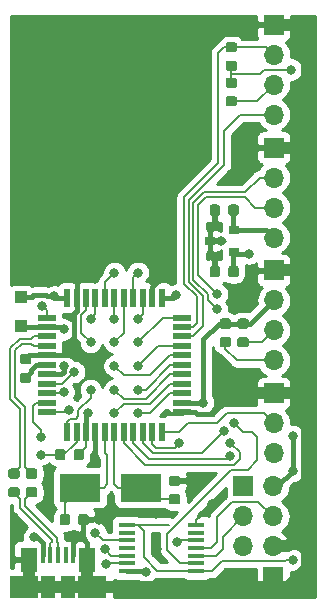
<source format=gbr>
G04 #@! TF.GenerationSoftware,KiCad,Pcbnew,(5.1.2)-2*
G04 #@! TF.CreationDate,2019-07-21T14:50:26+02:00*
G04 #@! TF.ProjectId,ATM32U4_backpack,41544d33-3255-4345-9f62-61636b706163,rev?*
G04 #@! TF.SameCoordinates,Original*
G04 #@! TF.FileFunction,Copper,L1,Top*
G04 #@! TF.FilePolarity,Positive*
%FSLAX46Y46*%
G04 Gerber Fmt 4.6, Leading zero omitted, Abs format (unit mm)*
G04 Created by KiCad (PCBNEW (5.1.2)-2) date 2019-07-21 14:50:26*
%MOMM*%
%LPD*%
G04 APERTURE LIST*
%ADD10R,1.500000X0.550000*%
%ADD11R,0.550000X1.500000*%
%ADD12R,1.700000X1.700000*%
%ADD13C,0.100000*%
%ADD14C,0.875000*%
%ADD15R,1.000000X1.000000*%
%ADD16O,1.700000X1.700000*%
%ADD17R,0.450000X1.380000*%
%ADD18R,1.475000X2.100000*%
%ADD19R,2.375000X1.900000*%
%ADD20R,1.175000X1.900000*%
%ADD21R,3.500000X2.400000*%
%ADD22R,0.900000X0.800000*%
%ADD23R,1.450000X0.450000*%
%ADD24C,0.800000*%
%ADD25C,0.200000*%
%ADD26C,0.400000*%
%ADD27C,1.000000*%
%ADD28C,0.250000*%
G04 APERTURE END LIST*
D10*
X33700000Y-96200000D03*
X33700000Y-97000000D03*
X33700000Y-97800000D03*
X33700000Y-98600000D03*
X33700000Y-99400000D03*
X33700000Y-100200000D03*
X33700000Y-101000000D03*
X33700000Y-101800000D03*
X33700000Y-102600000D03*
X33700000Y-103400000D03*
X33700000Y-104200000D03*
D11*
X35400000Y-105900000D03*
X36200000Y-105900000D03*
X37000000Y-105900000D03*
X37800000Y-105900000D03*
X38600000Y-105900000D03*
X39400000Y-105900000D03*
X40200000Y-105900000D03*
X41000000Y-105900000D03*
X41800000Y-105900000D03*
X42600000Y-105900000D03*
X43400000Y-105900000D03*
D10*
X45100000Y-104200000D03*
X45100000Y-103400000D03*
X45100000Y-102600000D03*
X45100000Y-101800000D03*
X45100000Y-101000000D03*
X45100000Y-100200000D03*
X45100000Y-99400000D03*
X45100000Y-98600000D03*
X45100000Y-97800000D03*
X45100000Y-97000000D03*
X45100000Y-96200000D03*
D11*
X43400000Y-94500000D03*
X42600000Y-94500000D03*
X41800000Y-94500000D03*
X41000000Y-94500000D03*
X40200000Y-94500000D03*
X39400000Y-94500000D03*
X38600000Y-94500000D03*
X37800000Y-94500000D03*
X37000000Y-94500000D03*
X36200000Y-94500000D03*
X35400000Y-94500000D03*
D12*
X52840000Y-118140000D03*
D13*
G36*
X49727691Y-86626053D02*
G01*
X49748926Y-86629203D01*
X49769750Y-86634419D01*
X49789962Y-86641651D01*
X49809368Y-86650830D01*
X49827781Y-86661866D01*
X49845024Y-86674654D01*
X49860930Y-86689070D01*
X49875346Y-86704976D01*
X49888134Y-86722219D01*
X49899170Y-86740632D01*
X49908349Y-86760038D01*
X49915581Y-86780250D01*
X49920797Y-86801074D01*
X49923947Y-86822309D01*
X49925000Y-86843750D01*
X49925000Y-87356250D01*
X49923947Y-87377691D01*
X49920797Y-87398926D01*
X49915581Y-87419750D01*
X49908349Y-87439962D01*
X49899170Y-87459368D01*
X49888134Y-87477781D01*
X49875346Y-87495024D01*
X49860930Y-87510930D01*
X49845024Y-87525346D01*
X49827781Y-87538134D01*
X49809368Y-87549170D01*
X49789962Y-87558349D01*
X49769750Y-87565581D01*
X49748926Y-87570797D01*
X49727691Y-87573947D01*
X49706250Y-87575000D01*
X49268750Y-87575000D01*
X49247309Y-87573947D01*
X49226074Y-87570797D01*
X49205250Y-87565581D01*
X49185038Y-87558349D01*
X49165632Y-87549170D01*
X49147219Y-87538134D01*
X49129976Y-87525346D01*
X49114070Y-87510930D01*
X49099654Y-87495024D01*
X49086866Y-87477781D01*
X49075830Y-87459368D01*
X49066651Y-87439962D01*
X49059419Y-87419750D01*
X49054203Y-87398926D01*
X49051053Y-87377691D01*
X49050000Y-87356250D01*
X49050000Y-86843750D01*
X49051053Y-86822309D01*
X49054203Y-86801074D01*
X49059419Y-86780250D01*
X49066651Y-86760038D01*
X49075830Y-86740632D01*
X49086866Y-86722219D01*
X49099654Y-86704976D01*
X49114070Y-86689070D01*
X49129976Y-86674654D01*
X49147219Y-86661866D01*
X49165632Y-86650830D01*
X49185038Y-86641651D01*
X49205250Y-86634419D01*
X49226074Y-86629203D01*
X49247309Y-86626053D01*
X49268750Y-86625000D01*
X49706250Y-86625000D01*
X49727691Y-86626053D01*
X49727691Y-86626053D01*
G37*
D14*
X49487500Y-87100000D03*
D13*
G36*
X48152691Y-86626053D02*
G01*
X48173926Y-86629203D01*
X48194750Y-86634419D01*
X48214962Y-86641651D01*
X48234368Y-86650830D01*
X48252781Y-86661866D01*
X48270024Y-86674654D01*
X48285930Y-86689070D01*
X48300346Y-86704976D01*
X48313134Y-86722219D01*
X48324170Y-86740632D01*
X48333349Y-86760038D01*
X48340581Y-86780250D01*
X48345797Y-86801074D01*
X48348947Y-86822309D01*
X48350000Y-86843750D01*
X48350000Y-87356250D01*
X48348947Y-87377691D01*
X48345797Y-87398926D01*
X48340581Y-87419750D01*
X48333349Y-87439962D01*
X48324170Y-87459368D01*
X48313134Y-87477781D01*
X48300346Y-87495024D01*
X48285930Y-87510930D01*
X48270024Y-87525346D01*
X48252781Y-87538134D01*
X48234368Y-87549170D01*
X48214962Y-87558349D01*
X48194750Y-87565581D01*
X48173926Y-87570797D01*
X48152691Y-87573947D01*
X48131250Y-87575000D01*
X47693750Y-87575000D01*
X47672309Y-87573947D01*
X47651074Y-87570797D01*
X47630250Y-87565581D01*
X47610038Y-87558349D01*
X47590632Y-87549170D01*
X47572219Y-87538134D01*
X47554976Y-87525346D01*
X47539070Y-87510930D01*
X47524654Y-87495024D01*
X47511866Y-87477781D01*
X47500830Y-87459368D01*
X47491651Y-87439962D01*
X47484419Y-87419750D01*
X47479203Y-87398926D01*
X47476053Y-87377691D01*
X47475000Y-87356250D01*
X47475000Y-86843750D01*
X47476053Y-86822309D01*
X47479203Y-86801074D01*
X47484419Y-86780250D01*
X47491651Y-86760038D01*
X47500830Y-86740632D01*
X47511866Y-86722219D01*
X47524654Y-86704976D01*
X47539070Y-86689070D01*
X47554976Y-86674654D01*
X47572219Y-86661866D01*
X47590632Y-86650830D01*
X47610038Y-86641651D01*
X47630250Y-86634419D01*
X47651074Y-86629203D01*
X47672309Y-86626053D01*
X47693750Y-86625000D01*
X48131250Y-86625000D01*
X48152691Y-86626053D01*
X48152691Y-86626053D01*
G37*
D14*
X47912500Y-87100000D03*
D13*
G36*
X48152691Y-91826053D02*
G01*
X48173926Y-91829203D01*
X48194750Y-91834419D01*
X48214962Y-91841651D01*
X48234368Y-91850830D01*
X48252781Y-91861866D01*
X48270024Y-91874654D01*
X48285930Y-91889070D01*
X48300346Y-91904976D01*
X48313134Y-91922219D01*
X48324170Y-91940632D01*
X48333349Y-91960038D01*
X48340581Y-91980250D01*
X48345797Y-92001074D01*
X48348947Y-92022309D01*
X48350000Y-92043750D01*
X48350000Y-92556250D01*
X48348947Y-92577691D01*
X48345797Y-92598926D01*
X48340581Y-92619750D01*
X48333349Y-92639962D01*
X48324170Y-92659368D01*
X48313134Y-92677781D01*
X48300346Y-92695024D01*
X48285930Y-92710930D01*
X48270024Y-92725346D01*
X48252781Y-92738134D01*
X48234368Y-92749170D01*
X48214962Y-92758349D01*
X48194750Y-92765581D01*
X48173926Y-92770797D01*
X48152691Y-92773947D01*
X48131250Y-92775000D01*
X47693750Y-92775000D01*
X47672309Y-92773947D01*
X47651074Y-92770797D01*
X47630250Y-92765581D01*
X47610038Y-92758349D01*
X47590632Y-92749170D01*
X47572219Y-92738134D01*
X47554976Y-92725346D01*
X47539070Y-92710930D01*
X47524654Y-92695024D01*
X47511866Y-92677781D01*
X47500830Y-92659368D01*
X47491651Y-92639962D01*
X47484419Y-92619750D01*
X47479203Y-92598926D01*
X47476053Y-92577691D01*
X47475000Y-92556250D01*
X47475000Y-92043750D01*
X47476053Y-92022309D01*
X47479203Y-92001074D01*
X47484419Y-91980250D01*
X47491651Y-91960038D01*
X47500830Y-91940632D01*
X47511866Y-91922219D01*
X47524654Y-91904976D01*
X47539070Y-91889070D01*
X47554976Y-91874654D01*
X47572219Y-91861866D01*
X47590632Y-91850830D01*
X47610038Y-91841651D01*
X47630250Y-91834419D01*
X47651074Y-91829203D01*
X47672309Y-91826053D01*
X47693750Y-91825000D01*
X48131250Y-91825000D01*
X48152691Y-91826053D01*
X48152691Y-91826053D01*
G37*
D14*
X47912500Y-92300000D03*
D13*
G36*
X49727691Y-91826053D02*
G01*
X49748926Y-91829203D01*
X49769750Y-91834419D01*
X49789962Y-91841651D01*
X49809368Y-91850830D01*
X49827781Y-91861866D01*
X49845024Y-91874654D01*
X49860930Y-91889070D01*
X49875346Y-91904976D01*
X49888134Y-91922219D01*
X49899170Y-91940632D01*
X49908349Y-91960038D01*
X49915581Y-91980250D01*
X49920797Y-92001074D01*
X49923947Y-92022309D01*
X49925000Y-92043750D01*
X49925000Y-92556250D01*
X49923947Y-92577691D01*
X49920797Y-92598926D01*
X49915581Y-92619750D01*
X49908349Y-92639962D01*
X49899170Y-92659368D01*
X49888134Y-92677781D01*
X49875346Y-92695024D01*
X49860930Y-92710930D01*
X49845024Y-92725346D01*
X49827781Y-92738134D01*
X49809368Y-92749170D01*
X49789962Y-92758349D01*
X49769750Y-92765581D01*
X49748926Y-92770797D01*
X49727691Y-92773947D01*
X49706250Y-92775000D01*
X49268750Y-92775000D01*
X49247309Y-92773947D01*
X49226074Y-92770797D01*
X49205250Y-92765581D01*
X49185038Y-92758349D01*
X49165632Y-92749170D01*
X49147219Y-92738134D01*
X49129976Y-92725346D01*
X49114070Y-92710930D01*
X49099654Y-92695024D01*
X49086866Y-92677781D01*
X49075830Y-92659368D01*
X49066651Y-92639962D01*
X49059419Y-92619750D01*
X49054203Y-92598926D01*
X49051053Y-92577691D01*
X49050000Y-92556250D01*
X49050000Y-92043750D01*
X49051053Y-92022309D01*
X49054203Y-92001074D01*
X49059419Y-91980250D01*
X49066651Y-91960038D01*
X49075830Y-91940632D01*
X49086866Y-91922219D01*
X49099654Y-91904976D01*
X49114070Y-91889070D01*
X49129976Y-91874654D01*
X49147219Y-91861866D01*
X49165632Y-91850830D01*
X49185038Y-91841651D01*
X49205250Y-91834419D01*
X49226074Y-91829203D01*
X49247309Y-91826053D01*
X49268750Y-91825000D01*
X49706250Y-91825000D01*
X49727691Y-91826053D01*
X49727691Y-91826053D01*
G37*
D14*
X49487500Y-92300000D03*
D13*
G36*
X44777691Y-111151053D02*
G01*
X44798926Y-111154203D01*
X44819750Y-111159419D01*
X44839962Y-111166651D01*
X44859368Y-111175830D01*
X44877781Y-111186866D01*
X44895024Y-111199654D01*
X44910930Y-111214070D01*
X44925346Y-111229976D01*
X44938134Y-111247219D01*
X44949170Y-111265632D01*
X44958349Y-111285038D01*
X44965581Y-111305250D01*
X44970797Y-111326074D01*
X44973947Y-111347309D01*
X44975000Y-111368750D01*
X44975000Y-111806250D01*
X44973947Y-111827691D01*
X44970797Y-111848926D01*
X44965581Y-111869750D01*
X44958349Y-111889962D01*
X44949170Y-111909368D01*
X44938134Y-111927781D01*
X44925346Y-111945024D01*
X44910930Y-111960930D01*
X44895024Y-111975346D01*
X44877781Y-111988134D01*
X44859368Y-111999170D01*
X44839962Y-112008349D01*
X44819750Y-112015581D01*
X44798926Y-112020797D01*
X44777691Y-112023947D01*
X44756250Y-112025000D01*
X44243750Y-112025000D01*
X44222309Y-112023947D01*
X44201074Y-112020797D01*
X44180250Y-112015581D01*
X44160038Y-112008349D01*
X44140632Y-111999170D01*
X44122219Y-111988134D01*
X44104976Y-111975346D01*
X44089070Y-111960930D01*
X44074654Y-111945024D01*
X44061866Y-111927781D01*
X44050830Y-111909368D01*
X44041651Y-111889962D01*
X44034419Y-111869750D01*
X44029203Y-111848926D01*
X44026053Y-111827691D01*
X44025000Y-111806250D01*
X44025000Y-111368750D01*
X44026053Y-111347309D01*
X44029203Y-111326074D01*
X44034419Y-111305250D01*
X44041651Y-111285038D01*
X44050830Y-111265632D01*
X44061866Y-111247219D01*
X44074654Y-111229976D01*
X44089070Y-111214070D01*
X44104976Y-111199654D01*
X44122219Y-111186866D01*
X44140632Y-111175830D01*
X44160038Y-111166651D01*
X44180250Y-111159419D01*
X44201074Y-111154203D01*
X44222309Y-111151053D01*
X44243750Y-111150000D01*
X44756250Y-111150000D01*
X44777691Y-111151053D01*
X44777691Y-111151053D01*
G37*
D14*
X44500000Y-111587500D03*
D13*
G36*
X44777691Y-109576053D02*
G01*
X44798926Y-109579203D01*
X44819750Y-109584419D01*
X44839962Y-109591651D01*
X44859368Y-109600830D01*
X44877781Y-109611866D01*
X44895024Y-109624654D01*
X44910930Y-109639070D01*
X44925346Y-109654976D01*
X44938134Y-109672219D01*
X44949170Y-109690632D01*
X44958349Y-109710038D01*
X44965581Y-109730250D01*
X44970797Y-109751074D01*
X44973947Y-109772309D01*
X44975000Y-109793750D01*
X44975000Y-110231250D01*
X44973947Y-110252691D01*
X44970797Y-110273926D01*
X44965581Y-110294750D01*
X44958349Y-110314962D01*
X44949170Y-110334368D01*
X44938134Y-110352781D01*
X44925346Y-110370024D01*
X44910930Y-110385930D01*
X44895024Y-110400346D01*
X44877781Y-110413134D01*
X44859368Y-110424170D01*
X44839962Y-110433349D01*
X44819750Y-110440581D01*
X44798926Y-110445797D01*
X44777691Y-110448947D01*
X44756250Y-110450000D01*
X44243750Y-110450000D01*
X44222309Y-110448947D01*
X44201074Y-110445797D01*
X44180250Y-110440581D01*
X44160038Y-110433349D01*
X44140632Y-110424170D01*
X44122219Y-110413134D01*
X44104976Y-110400346D01*
X44089070Y-110385930D01*
X44074654Y-110370024D01*
X44061866Y-110352781D01*
X44050830Y-110334368D01*
X44041651Y-110314962D01*
X44034419Y-110294750D01*
X44029203Y-110273926D01*
X44026053Y-110252691D01*
X44025000Y-110231250D01*
X44025000Y-109793750D01*
X44026053Y-109772309D01*
X44029203Y-109751074D01*
X44034419Y-109730250D01*
X44041651Y-109710038D01*
X44050830Y-109690632D01*
X44061866Y-109672219D01*
X44074654Y-109654976D01*
X44089070Y-109639070D01*
X44104976Y-109624654D01*
X44122219Y-109611866D01*
X44140632Y-109600830D01*
X44160038Y-109591651D01*
X44180250Y-109584419D01*
X44201074Y-109579203D01*
X44222309Y-109576053D01*
X44243750Y-109575000D01*
X44756250Y-109575000D01*
X44777691Y-109576053D01*
X44777691Y-109576053D01*
G37*
D14*
X44500000Y-110012500D03*
D13*
G36*
X35452691Y-112826053D02*
G01*
X35473926Y-112829203D01*
X35494750Y-112834419D01*
X35514962Y-112841651D01*
X35534368Y-112850830D01*
X35552781Y-112861866D01*
X35570024Y-112874654D01*
X35585930Y-112889070D01*
X35600346Y-112904976D01*
X35613134Y-112922219D01*
X35624170Y-112940632D01*
X35633349Y-112960038D01*
X35640581Y-112980250D01*
X35645797Y-113001074D01*
X35648947Y-113022309D01*
X35650000Y-113043750D01*
X35650000Y-113556250D01*
X35648947Y-113577691D01*
X35645797Y-113598926D01*
X35640581Y-113619750D01*
X35633349Y-113639962D01*
X35624170Y-113659368D01*
X35613134Y-113677781D01*
X35600346Y-113695024D01*
X35585930Y-113710930D01*
X35570024Y-113725346D01*
X35552781Y-113738134D01*
X35534368Y-113749170D01*
X35514962Y-113758349D01*
X35494750Y-113765581D01*
X35473926Y-113770797D01*
X35452691Y-113773947D01*
X35431250Y-113775000D01*
X34993750Y-113775000D01*
X34972309Y-113773947D01*
X34951074Y-113770797D01*
X34930250Y-113765581D01*
X34910038Y-113758349D01*
X34890632Y-113749170D01*
X34872219Y-113738134D01*
X34854976Y-113725346D01*
X34839070Y-113710930D01*
X34824654Y-113695024D01*
X34811866Y-113677781D01*
X34800830Y-113659368D01*
X34791651Y-113639962D01*
X34784419Y-113619750D01*
X34779203Y-113598926D01*
X34776053Y-113577691D01*
X34775000Y-113556250D01*
X34775000Y-113043750D01*
X34776053Y-113022309D01*
X34779203Y-113001074D01*
X34784419Y-112980250D01*
X34791651Y-112960038D01*
X34800830Y-112940632D01*
X34811866Y-112922219D01*
X34824654Y-112904976D01*
X34839070Y-112889070D01*
X34854976Y-112874654D01*
X34872219Y-112861866D01*
X34890632Y-112850830D01*
X34910038Y-112841651D01*
X34930250Y-112834419D01*
X34951074Y-112829203D01*
X34972309Y-112826053D01*
X34993750Y-112825000D01*
X35431250Y-112825000D01*
X35452691Y-112826053D01*
X35452691Y-112826053D01*
G37*
D14*
X35212500Y-113300000D03*
D13*
G36*
X37027691Y-112826053D02*
G01*
X37048926Y-112829203D01*
X37069750Y-112834419D01*
X37089962Y-112841651D01*
X37109368Y-112850830D01*
X37127781Y-112861866D01*
X37145024Y-112874654D01*
X37160930Y-112889070D01*
X37175346Y-112904976D01*
X37188134Y-112922219D01*
X37199170Y-112940632D01*
X37208349Y-112960038D01*
X37215581Y-112980250D01*
X37220797Y-113001074D01*
X37223947Y-113022309D01*
X37225000Y-113043750D01*
X37225000Y-113556250D01*
X37223947Y-113577691D01*
X37220797Y-113598926D01*
X37215581Y-113619750D01*
X37208349Y-113639962D01*
X37199170Y-113659368D01*
X37188134Y-113677781D01*
X37175346Y-113695024D01*
X37160930Y-113710930D01*
X37145024Y-113725346D01*
X37127781Y-113738134D01*
X37109368Y-113749170D01*
X37089962Y-113758349D01*
X37069750Y-113765581D01*
X37048926Y-113770797D01*
X37027691Y-113773947D01*
X37006250Y-113775000D01*
X36568750Y-113775000D01*
X36547309Y-113773947D01*
X36526074Y-113770797D01*
X36505250Y-113765581D01*
X36485038Y-113758349D01*
X36465632Y-113749170D01*
X36447219Y-113738134D01*
X36429976Y-113725346D01*
X36414070Y-113710930D01*
X36399654Y-113695024D01*
X36386866Y-113677781D01*
X36375830Y-113659368D01*
X36366651Y-113639962D01*
X36359419Y-113619750D01*
X36354203Y-113598926D01*
X36351053Y-113577691D01*
X36350000Y-113556250D01*
X36350000Y-113043750D01*
X36351053Y-113022309D01*
X36354203Y-113001074D01*
X36359419Y-112980250D01*
X36366651Y-112960038D01*
X36375830Y-112940632D01*
X36386866Y-112922219D01*
X36399654Y-112904976D01*
X36414070Y-112889070D01*
X36429976Y-112874654D01*
X36447219Y-112861866D01*
X36465632Y-112850830D01*
X36485038Y-112841651D01*
X36505250Y-112834419D01*
X36526074Y-112829203D01*
X36547309Y-112826053D01*
X36568750Y-112825000D01*
X37006250Y-112825000D01*
X37027691Y-112826053D01*
X37027691Y-112826053D01*
G37*
D14*
X36787500Y-113300000D03*
D13*
G36*
X32177691Y-100851053D02*
G01*
X32198926Y-100854203D01*
X32219750Y-100859419D01*
X32239962Y-100866651D01*
X32259368Y-100875830D01*
X32277781Y-100886866D01*
X32295024Y-100899654D01*
X32310930Y-100914070D01*
X32325346Y-100929976D01*
X32338134Y-100947219D01*
X32349170Y-100965632D01*
X32358349Y-100985038D01*
X32365581Y-101005250D01*
X32370797Y-101026074D01*
X32373947Y-101047309D01*
X32375000Y-101068750D01*
X32375000Y-101506250D01*
X32373947Y-101527691D01*
X32370797Y-101548926D01*
X32365581Y-101569750D01*
X32358349Y-101589962D01*
X32349170Y-101609368D01*
X32338134Y-101627781D01*
X32325346Y-101645024D01*
X32310930Y-101660930D01*
X32295024Y-101675346D01*
X32277781Y-101688134D01*
X32259368Y-101699170D01*
X32239962Y-101708349D01*
X32219750Y-101715581D01*
X32198926Y-101720797D01*
X32177691Y-101723947D01*
X32156250Y-101725000D01*
X31643750Y-101725000D01*
X31622309Y-101723947D01*
X31601074Y-101720797D01*
X31580250Y-101715581D01*
X31560038Y-101708349D01*
X31540632Y-101699170D01*
X31522219Y-101688134D01*
X31504976Y-101675346D01*
X31489070Y-101660930D01*
X31474654Y-101645024D01*
X31461866Y-101627781D01*
X31450830Y-101609368D01*
X31441651Y-101589962D01*
X31434419Y-101569750D01*
X31429203Y-101548926D01*
X31426053Y-101527691D01*
X31425000Y-101506250D01*
X31425000Y-101068750D01*
X31426053Y-101047309D01*
X31429203Y-101026074D01*
X31434419Y-101005250D01*
X31441651Y-100985038D01*
X31450830Y-100965632D01*
X31461866Y-100947219D01*
X31474654Y-100929976D01*
X31489070Y-100914070D01*
X31504976Y-100899654D01*
X31522219Y-100886866D01*
X31540632Y-100875830D01*
X31560038Y-100866651D01*
X31580250Y-100859419D01*
X31601074Y-100854203D01*
X31622309Y-100851053D01*
X31643750Y-100850000D01*
X32156250Y-100850000D01*
X32177691Y-100851053D01*
X32177691Y-100851053D01*
G37*
D14*
X31900000Y-101287500D03*
D13*
G36*
X32177691Y-99276053D02*
G01*
X32198926Y-99279203D01*
X32219750Y-99284419D01*
X32239962Y-99291651D01*
X32259368Y-99300830D01*
X32277781Y-99311866D01*
X32295024Y-99324654D01*
X32310930Y-99339070D01*
X32325346Y-99354976D01*
X32338134Y-99372219D01*
X32349170Y-99390632D01*
X32358349Y-99410038D01*
X32365581Y-99430250D01*
X32370797Y-99451074D01*
X32373947Y-99472309D01*
X32375000Y-99493750D01*
X32375000Y-99931250D01*
X32373947Y-99952691D01*
X32370797Y-99973926D01*
X32365581Y-99994750D01*
X32358349Y-100014962D01*
X32349170Y-100034368D01*
X32338134Y-100052781D01*
X32325346Y-100070024D01*
X32310930Y-100085930D01*
X32295024Y-100100346D01*
X32277781Y-100113134D01*
X32259368Y-100124170D01*
X32239962Y-100133349D01*
X32219750Y-100140581D01*
X32198926Y-100145797D01*
X32177691Y-100148947D01*
X32156250Y-100150000D01*
X31643750Y-100150000D01*
X31622309Y-100148947D01*
X31601074Y-100145797D01*
X31580250Y-100140581D01*
X31560038Y-100133349D01*
X31540632Y-100124170D01*
X31522219Y-100113134D01*
X31504976Y-100100346D01*
X31489070Y-100085930D01*
X31474654Y-100070024D01*
X31461866Y-100052781D01*
X31450830Y-100034368D01*
X31441651Y-100014962D01*
X31434419Y-99994750D01*
X31429203Y-99973926D01*
X31426053Y-99952691D01*
X31425000Y-99931250D01*
X31425000Y-99493750D01*
X31426053Y-99472309D01*
X31429203Y-99451074D01*
X31434419Y-99430250D01*
X31441651Y-99410038D01*
X31450830Y-99390632D01*
X31461866Y-99372219D01*
X31474654Y-99354976D01*
X31489070Y-99339070D01*
X31504976Y-99324654D01*
X31522219Y-99311866D01*
X31540632Y-99300830D01*
X31560038Y-99291651D01*
X31580250Y-99284419D01*
X31601074Y-99279203D01*
X31622309Y-99276053D01*
X31643750Y-99275000D01*
X32156250Y-99275000D01*
X32177691Y-99276053D01*
X32177691Y-99276053D01*
G37*
D14*
X31900000Y-99712500D03*
D15*
X31500000Y-94450000D03*
X31500000Y-96950000D03*
D12*
X50300000Y-110500000D03*
D16*
X52840000Y-110500000D03*
X50300000Y-113040000D03*
X52840000Y-113040000D03*
X50300000Y-115580000D03*
X52840000Y-115580000D03*
D17*
X33340000Y-116340000D03*
X33990000Y-116340000D03*
X34640000Y-116340000D03*
X35290000Y-116340000D03*
X35940000Y-116340000D03*
D18*
X32177500Y-116700000D03*
X37102500Y-116700000D03*
D19*
X31730000Y-119000000D03*
X37550000Y-119000000D03*
D20*
X33800000Y-119000000D03*
X35480000Y-119000000D03*
D13*
G36*
X35052691Y-107326053D02*
G01*
X35073926Y-107329203D01*
X35094750Y-107334419D01*
X35114962Y-107341651D01*
X35134368Y-107350830D01*
X35152781Y-107361866D01*
X35170024Y-107374654D01*
X35185930Y-107389070D01*
X35200346Y-107404976D01*
X35213134Y-107422219D01*
X35224170Y-107440632D01*
X35233349Y-107460038D01*
X35240581Y-107480250D01*
X35245797Y-107501074D01*
X35248947Y-107522309D01*
X35250000Y-107543750D01*
X35250000Y-108056250D01*
X35248947Y-108077691D01*
X35245797Y-108098926D01*
X35240581Y-108119750D01*
X35233349Y-108139962D01*
X35224170Y-108159368D01*
X35213134Y-108177781D01*
X35200346Y-108195024D01*
X35185930Y-108210930D01*
X35170024Y-108225346D01*
X35152781Y-108238134D01*
X35134368Y-108249170D01*
X35114962Y-108258349D01*
X35094750Y-108265581D01*
X35073926Y-108270797D01*
X35052691Y-108273947D01*
X35031250Y-108275000D01*
X34593750Y-108275000D01*
X34572309Y-108273947D01*
X34551074Y-108270797D01*
X34530250Y-108265581D01*
X34510038Y-108258349D01*
X34490632Y-108249170D01*
X34472219Y-108238134D01*
X34454976Y-108225346D01*
X34439070Y-108210930D01*
X34424654Y-108195024D01*
X34411866Y-108177781D01*
X34400830Y-108159368D01*
X34391651Y-108139962D01*
X34384419Y-108119750D01*
X34379203Y-108098926D01*
X34376053Y-108077691D01*
X34375000Y-108056250D01*
X34375000Y-107543750D01*
X34376053Y-107522309D01*
X34379203Y-107501074D01*
X34384419Y-107480250D01*
X34391651Y-107460038D01*
X34400830Y-107440632D01*
X34411866Y-107422219D01*
X34424654Y-107404976D01*
X34439070Y-107389070D01*
X34454976Y-107374654D01*
X34472219Y-107361866D01*
X34490632Y-107350830D01*
X34510038Y-107341651D01*
X34530250Y-107334419D01*
X34551074Y-107329203D01*
X34572309Y-107326053D01*
X34593750Y-107325000D01*
X35031250Y-107325000D01*
X35052691Y-107326053D01*
X35052691Y-107326053D01*
G37*
D14*
X34812500Y-107800000D03*
D13*
G36*
X36627691Y-107326053D02*
G01*
X36648926Y-107329203D01*
X36669750Y-107334419D01*
X36689962Y-107341651D01*
X36709368Y-107350830D01*
X36727781Y-107361866D01*
X36745024Y-107374654D01*
X36760930Y-107389070D01*
X36775346Y-107404976D01*
X36788134Y-107422219D01*
X36799170Y-107440632D01*
X36808349Y-107460038D01*
X36815581Y-107480250D01*
X36820797Y-107501074D01*
X36823947Y-107522309D01*
X36825000Y-107543750D01*
X36825000Y-108056250D01*
X36823947Y-108077691D01*
X36820797Y-108098926D01*
X36815581Y-108119750D01*
X36808349Y-108139962D01*
X36799170Y-108159368D01*
X36788134Y-108177781D01*
X36775346Y-108195024D01*
X36760930Y-108210930D01*
X36745024Y-108225346D01*
X36727781Y-108238134D01*
X36709368Y-108249170D01*
X36689962Y-108258349D01*
X36669750Y-108265581D01*
X36648926Y-108270797D01*
X36627691Y-108273947D01*
X36606250Y-108275000D01*
X36168750Y-108275000D01*
X36147309Y-108273947D01*
X36126074Y-108270797D01*
X36105250Y-108265581D01*
X36085038Y-108258349D01*
X36065632Y-108249170D01*
X36047219Y-108238134D01*
X36029976Y-108225346D01*
X36014070Y-108210930D01*
X35999654Y-108195024D01*
X35986866Y-108177781D01*
X35975830Y-108159368D01*
X35966651Y-108139962D01*
X35959419Y-108119750D01*
X35954203Y-108098926D01*
X35951053Y-108077691D01*
X35950000Y-108056250D01*
X35950000Y-107543750D01*
X35951053Y-107522309D01*
X35954203Y-107501074D01*
X35959419Y-107480250D01*
X35966651Y-107460038D01*
X35975830Y-107440632D01*
X35986866Y-107422219D01*
X35999654Y-107404976D01*
X36014070Y-107389070D01*
X36029976Y-107374654D01*
X36047219Y-107361866D01*
X36065632Y-107350830D01*
X36085038Y-107341651D01*
X36105250Y-107334419D01*
X36126074Y-107329203D01*
X36147309Y-107326053D01*
X36168750Y-107325000D01*
X36606250Y-107325000D01*
X36627691Y-107326053D01*
X36627691Y-107326053D01*
G37*
D14*
X36387500Y-107800000D03*
D13*
G36*
X32677691Y-108976053D02*
G01*
X32698926Y-108979203D01*
X32719750Y-108984419D01*
X32739962Y-108991651D01*
X32759368Y-109000830D01*
X32777781Y-109011866D01*
X32795024Y-109024654D01*
X32810930Y-109039070D01*
X32825346Y-109054976D01*
X32838134Y-109072219D01*
X32849170Y-109090632D01*
X32858349Y-109110038D01*
X32865581Y-109130250D01*
X32870797Y-109151074D01*
X32873947Y-109172309D01*
X32875000Y-109193750D01*
X32875000Y-109631250D01*
X32873947Y-109652691D01*
X32870797Y-109673926D01*
X32865581Y-109694750D01*
X32858349Y-109714962D01*
X32849170Y-109734368D01*
X32838134Y-109752781D01*
X32825346Y-109770024D01*
X32810930Y-109785930D01*
X32795024Y-109800346D01*
X32777781Y-109813134D01*
X32759368Y-109824170D01*
X32739962Y-109833349D01*
X32719750Y-109840581D01*
X32698926Y-109845797D01*
X32677691Y-109848947D01*
X32656250Y-109850000D01*
X32143750Y-109850000D01*
X32122309Y-109848947D01*
X32101074Y-109845797D01*
X32080250Y-109840581D01*
X32060038Y-109833349D01*
X32040632Y-109824170D01*
X32022219Y-109813134D01*
X32004976Y-109800346D01*
X31989070Y-109785930D01*
X31974654Y-109770024D01*
X31961866Y-109752781D01*
X31950830Y-109734368D01*
X31941651Y-109714962D01*
X31934419Y-109694750D01*
X31929203Y-109673926D01*
X31926053Y-109652691D01*
X31925000Y-109631250D01*
X31925000Y-109193750D01*
X31926053Y-109172309D01*
X31929203Y-109151074D01*
X31934419Y-109130250D01*
X31941651Y-109110038D01*
X31950830Y-109090632D01*
X31961866Y-109072219D01*
X31974654Y-109054976D01*
X31989070Y-109039070D01*
X32004976Y-109024654D01*
X32022219Y-109011866D01*
X32040632Y-109000830D01*
X32060038Y-108991651D01*
X32080250Y-108984419D01*
X32101074Y-108979203D01*
X32122309Y-108976053D01*
X32143750Y-108975000D01*
X32656250Y-108975000D01*
X32677691Y-108976053D01*
X32677691Y-108976053D01*
G37*
D14*
X32400000Y-109412500D03*
D13*
G36*
X32677691Y-110551053D02*
G01*
X32698926Y-110554203D01*
X32719750Y-110559419D01*
X32739962Y-110566651D01*
X32759368Y-110575830D01*
X32777781Y-110586866D01*
X32795024Y-110599654D01*
X32810930Y-110614070D01*
X32825346Y-110629976D01*
X32838134Y-110647219D01*
X32849170Y-110665632D01*
X32858349Y-110685038D01*
X32865581Y-110705250D01*
X32870797Y-110726074D01*
X32873947Y-110747309D01*
X32875000Y-110768750D01*
X32875000Y-111206250D01*
X32873947Y-111227691D01*
X32870797Y-111248926D01*
X32865581Y-111269750D01*
X32858349Y-111289962D01*
X32849170Y-111309368D01*
X32838134Y-111327781D01*
X32825346Y-111345024D01*
X32810930Y-111360930D01*
X32795024Y-111375346D01*
X32777781Y-111388134D01*
X32759368Y-111399170D01*
X32739962Y-111408349D01*
X32719750Y-111415581D01*
X32698926Y-111420797D01*
X32677691Y-111423947D01*
X32656250Y-111425000D01*
X32143750Y-111425000D01*
X32122309Y-111423947D01*
X32101074Y-111420797D01*
X32080250Y-111415581D01*
X32060038Y-111408349D01*
X32040632Y-111399170D01*
X32022219Y-111388134D01*
X32004976Y-111375346D01*
X31989070Y-111360930D01*
X31974654Y-111345024D01*
X31961866Y-111327781D01*
X31950830Y-111309368D01*
X31941651Y-111289962D01*
X31934419Y-111269750D01*
X31929203Y-111248926D01*
X31926053Y-111227691D01*
X31925000Y-111206250D01*
X31925000Y-110768750D01*
X31926053Y-110747309D01*
X31929203Y-110726074D01*
X31934419Y-110705250D01*
X31941651Y-110685038D01*
X31950830Y-110665632D01*
X31961866Y-110647219D01*
X31974654Y-110629976D01*
X31989070Y-110614070D01*
X32004976Y-110599654D01*
X32022219Y-110586866D01*
X32040632Y-110575830D01*
X32060038Y-110566651D01*
X32080250Y-110559419D01*
X32101074Y-110554203D01*
X32122309Y-110551053D01*
X32143750Y-110550000D01*
X32656250Y-110550000D01*
X32677691Y-110551053D01*
X32677691Y-110551053D01*
G37*
D14*
X32400000Y-110987500D03*
D13*
G36*
X31177691Y-110551053D02*
G01*
X31198926Y-110554203D01*
X31219750Y-110559419D01*
X31239962Y-110566651D01*
X31259368Y-110575830D01*
X31277781Y-110586866D01*
X31295024Y-110599654D01*
X31310930Y-110614070D01*
X31325346Y-110629976D01*
X31338134Y-110647219D01*
X31349170Y-110665632D01*
X31358349Y-110685038D01*
X31365581Y-110705250D01*
X31370797Y-110726074D01*
X31373947Y-110747309D01*
X31375000Y-110768750D01*
X31375000Y-111206250D01*
X31373947Y-111227691D01*
X31370797Y-111248926D01*
X31365581Y-111269750D01*
X31358349Y-111289962D01*
X31349170Y-111309368D01*
X31338134Y-111327781D01*
X31325346Y-111345024D01*
X31310930Y-111360930D01*
X31295024Y-111375346D01*
X31277781Y-111388134D01*
X31259368Y-111399170D01*
X31239962Y-111408349D01*
X31219750Y-111415581D01*
X31198926Y-111420797D01*
X31177691Y-111423947D01*
X31156250Y-111425000D01*
X30643750Y-111425000D01*
X30622309Y-111423947D01*
X30601074Y-111420797D01*
X30580250Y-111415581D01*
X30560038Y-111408349D01*
X30540632Y-111399170D01*
X30522219Y-111388134D01*
X30504976Y-111375346D01*
X30489070Y-111360930D01*
X30474654Y-111345024D01*
X30461866Y-111327781D01*
X30450830Y-111309368D01*
X30441651Y-111289962D01*
X30434419Y-111269750D01*
X30429203Y-111248926D01*
X30426053Y-111227691D01*
X30425000Y-111206250D01*
X30425000Y-110768750D01*
X30426053Y-110747309D01*
X30429203Y-110726074D01*
X30434419Y-110705250D01*
X30441651Y-110685038D01*
X30450830Y-110665632D01*
X30461866Y-110647219D01*
X30474654Y-110629976D01*
X30489070Y-110614070D01*
X30504976Y-110599654D01*
X30522219Y-110586866D01*
X30540632Y-110575830D01*
X30560038Y-110566651D01*
X30580250Y-110559419D01*
X30601074Y-110554203D01*
X30622309Y-110551053D01*
X30643750Y-110550000D01*
X31156250Y-110550000D01*
X31177691Y-110551053D01*
X31177691Y-110551053D01*
G37*
D14*
X30900000Y-110987500D03*
D13*
G36*
X31177691Y-108976053D02*
G01*
X31198926Y-108979203D01*
X31219750Y-108984419D01*
X31239962Y-108991651D01*
X31259368Y-109000830D01*
X31277781Y-109011866D01*
X31295024Y-109024654D01*
X31310930Y-109039070D01*
X31325346Y-109054976D01*
X31338134Y-109072219D01*
X31349170Y-109090632D01*
X31358349Y-109110038D01*
X31365581Y-109130250D01*
X31370797Y-109151074D01*
X31373947Y-109172309D01*
X31375000Y-109193750D01*
X31375000Y-109631250D01*
X31373947Y-109652691D01*
X31370797Y-109673926D01*
X31365581Y-109694750D01*
X31358349Y-109714962D01*
X31349170Y-109734368D01*
X31338134Y-109752781D01*
X31325346Y-109770024D01*
X31310930Y-109785930D01*
X31295024Y-109800346D01*
X31277781Y-109813134D01*
X31259368Y-109824170D01*
X31239962Y-109833349D01*
X31219750Y-109840581D01*
X31198926Y-109845797D01*
X31177691Y-109848947D01*
X31156250Y-109850000D01*
X30643750Y-109850000D01*
X30622309Y-109848947D01*
X30601074Y-109845797D01*
X30580250Y-109840581D01*
X30560038Y-109833349D01*
X30540632Y-109824170D01*
X30522219Y-109813134D01*
X30504976Y-109800346D01*
X30489070Y-109785930D01*
X30474654Y-109770024D01*
X30461866Y-109752781D01*
X30450830Y-109734368D01*
X30441651Y-109714962D01*
X30434419Y-109694750D01*
X30429203Y-109673926D01*
X30426053Y-109652691D01*
X30425000Y-109631250D01*
X30425000Y-109193750D01*
X30426053Y-109172309D01*
X30429203Y-109151074D01*
X30434419Y-109130250D01*
X30441651Y-109110038D01*
X30450830Y-109090632D01*
X30461866Y-109072219D01*
X30474654Y-109054976D01*
X30489070Y-109039070D01*
X30504976Y-109024654D01*
X30522219Y-109011866D01*
X30540632Y-109000830D01*
X30560038Y-108991651D01*
X30580250Y-108984419D01*
X30601074Y-108979203D01*
X30622309Y-108976053D01*
X30643750Y-108975000D01*
X31156250Y-108975000D01*
X31177691Y-108976053D01*
X31177691Y-108976053D01*
G37*
D14*
X30900000Y-109412500D03*
D13*
G36*
X49077691Y-97851053D02*
G01*
X49098926Y-97854203D01*
X49119750Y-97859419D01*
X49139962Y-97866651D01*
X49159368Y-97875830D01*
X49177781Y-97886866D01*
X49195024Y-97899654D01*
X49210930Y-97914070D01*
X49225346Y-97929976D01*
X49238134Y-97947219D01*
X49249170Y-97965632D01*
X49258349Y-97985038D01*
X49265581Y-98005250D01*
X49270797Y-98026074D01*
X49273947Y-98047309D01*
X49275000Y-98068750D01*
X49275000Y-98506250D01*
X49273947Y-98527691D01*
X49270797Y-98548926D01*
X49265581Y-98569750D01*
X49258349Y-98589962D01*
X49249170Y-98609368D01*
X49238134Y-98627781D01*
X49225346Y-98645024D01*
X49210930Y-98660930D01*
X49195024Y-98675346D01*
X49177781Y-98688134D01*
X49159368Y-98699170D01*
X49139962Y-98708349D01*
X49119750Y-98715581D01*
X49098926Y-98720797D01*
X49077691Y-98723947D01*
X49056250Y-98725000D01*
X48543750Y-98725000D01*
X48522309Y-98723947D01*
X48501074Y-98720797D01*
X48480250Y-98715581D01*
X48460038Y-98708349D01*
X48440632Y-98699170D01*
X48422219Y-98688134D01*
X48404976Y-98675346D01*
X48389070Y-98660930D01*
X48374654Y-98645024D01*
X48361866Y-98627781D01*
X48350830Y-98609368D01*
X48341651Y-98589962D01*
X48334419Y-98569750D01*
X48329203Y-98548926D01*
X48326053Y-98527691D01*
X48325000Y-98506250D01*
X48325000Y-98068750D01*
X48326053Y-98047309D01*
X48329203Y-98026074D01*
X48334419Y-98005250D01*
X48341651Y-97985038D01*
X48350830Y-97965632D01*
X48361866Y-97947219D01*
X48374654Y-97929976D01*
X48389070Y-97914070D01*
X48404976Y-97899654D01*
X48422219Y-97886866D01*
X48440632Y-97875830D01*
X48460038Y-97866651D01*
X48480250Y-97859419D01*
X48501074Y-97854203D01*
X48522309Y-97851053D01*
X48543750Y-97850000D01*
X49056250Y-97850000D01*
X49077691Y-97851053D01*
X49077691Y-97851053D01*
G37*
D14*
X48800000Y-98287500D03*
D13*
G36*
X49077691Y-96276053D02*
G01*
X49098926Y-96279203D01*
X49119750Y-96284419D01*
X49139962Y-96291651D01*
X49159368Y-96300830D01*
X49177781Y-96311866D01*
X49195024Y-96324654D01*
X49210930Y-96339070D01*
X49225346Y-96354976D01*
X49238134Y-96372219D01*
X49249170Y-96390632D01*
X49258349Y-96410038D01*
X49265581Y-96430250D01*
X49270797Y-96451074D01*
X49273947Y-96472309D01*
X49275000Y-96493750D01*
X49275000Y-96931250D01*
X49273947Y-96952691D01*
X49270797Y-96973926D01*
X49265581Y-96994750D01*
X49258349Y-97014962D01*
X49249170Y-97034368D01*
X49238134Y-97052781D01*
X49225346Y-97070024D01*
X49210930Y-97085930D01*
X49195024Y-97100346D01*
X49177781Y-97113134D01*
X49159368Y-97124170D01*
X49139962Y-97133349D01*
X49119750Y-97140581D01*
X49098926Y-97145797D01*
X49077691Y-97148947D01*
X49056250Y-97150000D01*
X48543750Y-97150000D01*
X48522309Y-97148947D01*
X48501074Y-97145797D01*
X48480250Y-97140581D01*
X48460038Y-97133349D01*
X48440632Y-97124170D01*
X48422219Y-97113134D01*
X48404976Y-97100346D01*
X48389070Y-97085930D01*
X48374654Y-97070024D01*
X48361866Y-97052781D01*
X48350830Y-97034368D01*
X48341651Y-97014962D01*
X48334419Y-96994750D01*
X48329203Y-96973926D01*
X48326053Y-96952691D01*
X48325000Y-96931250D01*
X48325000Y-96493750D01*
X48326053Y-96472309D01*
X48329203Y-96451074D01*
X48334419Y-96430250D01*
X48341651Y-96410038D01*
X48350830Y-96390632D01*
X48361866Y-96372219D01*
X48374654Y-96354976D01*
X48389070Y-96339070D01*
X48404976Y-96324654D01*
X48422219Y-96311866D01*
X48440632Y-96300830D01*
X48460038Y-96291651D01*
X48480250Y-96284419D01*
X48501074Y-96279203D01*
X48522309Y-96276053D01*
X48543750Y-96275000D01*
X49056250Y-96275000D01*
X49077691Y-96276053D01*
X49077691Y-96276053D01*
G37*
D14*
X48800000Y-96712500D03*
D13*
G36*
X50577691Y-96276053D02*
G01*
X50598926Y-96279203D01*
X50619750Y-96284419D01*
X50639962Y-96291651D01*
X50659368Y-96300830D01*
X50677781Y-96311866D01*
X50695024Y-96324654D01*
X50710930Y-96339070D01*
X50725346Y-96354976D01*
X50738134Y-96372219D01*
X50749170Y-96390632D01*
X50758349Y-96410038D01*
X50765581Y-96430250D01*
X50770797Y-96451074D01*
X50773947Y-96472309D01*
X50775000Y-96493750D01*
X50775000Y-96931250D01*
X50773947Y-96952691D01*
X50770797Y-96973926D01*
X50765581Y-96994750D01*
X50758349Y-97014962D01*
X50749170Y-97034368D01*
X50738134Y-97052781D01*
X50725346Y-97070024D01*
X50710930Y-97085930D01*
X50695024Y-97100346D01*
X50677781Y-97113134D01*
X50659368Y-97124170D01*
X50639962Y-97133349D01*
X50619750Y-97140581D01*
X50598926Y-97145797D01*
X50577691Y-97148947D01*
X50556250Y-97150000D01*
X50043750Y-97150000D01*
X50022309Y-97148947D01*
X50001074Y-97145797D01*
X49980250Y-97140581D01*
X49960038Y-97133349D01*
X49940632Y-97124170D01*
X49922219Y-97113134D01*
X49904976Y-97100346D01*
X49889070Y-97085930D01*
X49874654Y-97070024D01*
X49861866Y-97052781D01*
X49850830Y-97034368D01*
X49841651Y-97014962D01*
X49834419Y-96994750D01*
X49829203Y-96973926D01*
X49826053Y-96952691D01*
X49825000Y-96931250D01*
X49825000Y-96493750D01*
X49826053Y-96472309D01*
X49829203Y-96451074D01*
X49834419Y-96430250D01*
X49841651Y-96410038D01*
X49850830Y-96390632D01*
X49861866Y-96372219D01*
X49874654Y-96354976D01*
X49889070Y-96339070D01*
X49904976Y-96324654D01*
X49922219Y-96311866D01*
X49940632Y-96300830D01*
X49960038Y-96291651D01*
X49980250Y-96284419D01*
X50001074Y-96279203D01*
X50022309Y-96276053D01*
X50043750Y-96275000D01*
X50556250Y-96275000D01*
X50577691Y-96276053D01*
X50577691Y-96276053D01*
G37*
D14*
X50300000Y-96712500D03*
D13*
G36*
X50577691Y-97851053D02*
G01*
X50598926Y-97854203D01*
X50619750Y-97859419D01*
X50639962Y-97866651D01*
X50659368Y-97875830D01*
X50677781Y-97886866D01*
X50695024Y-97899654D01*
X50710930Y-97914070D01*
X50725346Y-97929976D01*
X50738134Y-97947219D01*
X50749170Y-97965632D01*
X50758349Y-97985038D01*
X50765581Y-98005250D01*
X50770797Y-98026074D01*
X50773947Y-98047309D01*
X50775000Y-98068750D01*
X50775000Y-98506250D01*
X50773947Y-98527691D01*
X50770797Y-98548926D01*
X50765581Y-98569750D01*
X50758349Y-98589962D01*
X50749170Y-98609368D01*
X50738134Y-98627781D01*
X50725346Y-98645024D01*
X50710930Y-98660930D01*
X50695024Y-98675346D01*
X50677781Y-98688134D01*
X50659368Y-98699170D01*
X50639962Y-98708349D01*
X50619750Y-98715581D01*
X50598926Y-98720797D01*
X50577691Y-98723947D01*
X50556250Y-98725000D01*
X50043750Y-98725000D01*
X50022309Y-98723947D01*
X50001074Y-98720797D01*
X49980250Y-98715581D01*
X49960038Y-98708349D01*
X49940632Y-98699170D01*
X49922219Y-98688134D01*
X49904976Y-98675346D01*
X49889070Y-98660930D01*
X49874654Y-98645024D01*
X49861866Y-98627781D01*
X49850830Y-98609368D01*
X49841651Y-98589962D01*
X49834419Y-98569750D01*
X49829203Y-98548926D01*
X49826053Y-98527691D01*
X49825000Y-98506250D01*
X49825000Y-98068750D01*
X49826053Y-98047309D01*
X49829203Y-98026074D01*
X49834419Y-98005250D01*
X49841651Y-97985038D01*
X49850830Y-97965632D01*
X49861866Y-97947219D01*
X49874654Y-97929976D01*
X49889070Y-97914070D01*
X49904976Y-97899654D01*
X49922219Y-97886866D01*
X49940632Y-97875830D01*
X49960038Y-97866651D01*
X49980250Y-97859419D01*
X50001074Y-97854203D01*
X50022309Y-97851053D01*
X50043750Y-97850000D01*
X50556250Y-97850000D01*
X50577691Y-97851053D01*
X50577691Y-97851053D01*
G37*
D14*
X50300000Y-98287500D03*
D13*
G36*
X49577691Y-74451053D02*
G01*
X49598926Y-74454203D01*
X49619750Y-74459419D01*
X49639962Y-74466651D01*
X49659368Y-74475830D01*
X49677781Y-74486866D01*
X49695024Y-74499654D01*
X49710930Y-74514070D01*
X49725346Y-74529976D01*
X49738134Y-74547219D01*
X49749170Y-74565632D01*
X49758349Y-74585038D01*
X49765581Y-74605250D01*
X49770797Y-74626074D01*
X49773947Y-74647309D01*
X49775000Y-74668750D01*
X49775000Y-75106250D01*
X49773947Y-75127691D01*
X49770797Y-75148926D01*
X49765581Y-75169750D01*
X49758349Y-75189962D01*
X49749170Y-75209368D01*
X49738134Y-75227781D01*
X49725346Y-75245024D01*
X49710930Y-75260930D01*
X49695024Y-75275346D01*
X49677781Y-75288134D01*
X49659368Y-75299170D01*
X49639962Y-75308349D01*
X49619750Y-75315581D01*
X49598926Y-75320797D01*
X49577691Y-75323947D01*
X49556250Y-75325000D01*
X49043750Y-75325000D01*
X49022309Y-75323947D01*
X49001074Y-75320797D01*
X48980250Y-75315581D01*
X48960038Y-75308349D01*
X48940632Y-75299170D01*
X48922219Y-75288134D01*
X48904976Y-75275346D01*
X48889070Y-75260930D01*
X48874654Y-75245024D01*
X48861866Y-75227781D01*
X48850830Y-75209368D01*
X48841651Y-75189962D01*
X48834419Y-75169750D01*
X48829203Y-75148926D01*
X48826053Y-75127691D01*
X48825000Y-75106250D01*
X48825000Y-74668750D01*
X48826053Y-74647309D01*
X48829203Y-74626074D01*
X48834419Y-74605250D01*
X48841651Y-74585038D01*
X48850830Y-74565632D01*
X48861866Y-74547219D01*
X48874654Y-74529976D01*
X48889070Y-74514070D01*
X48904976Y-74499654D01*
X48922219Y-74486866D01*
X48940632Y-74475830D01*
X48960038Y-74466651D01*
X48980250Y-74459419D01*
X49001074Y-74454203D01*
X49022309Y-74451053D01*
X49043750Y-74450000D01*
X49556250Y-74450000D01*
X49577691Y-74451053D01*
X49577691Y-74451053D01*
G37*
D14*
X49300000Y-74887500D03*
D13*
G36*
X49577691Y-72876053D02*
G01*
X49598926Y-72879203D01*
X49619750Y-72884419D01*
X49639962Y-72891651D01*
X49659368Y-72900830D01*
X49677781Y-72911866D01*
X49695024Y-72924654D01*
X49710930Y-72939070D01*
X49725346Y-72954976D01*
X49738134Y-72972219D01*
X49749170Y-72990632D01*
X49758349Y-73010038D01*
X49765581Y-73030250D01*
X49770797Y-73051074D01*
X49773947Y-73072309D01*
X49775000Y-73093750D01*
X49775000Y-73531250D01*
X49773947Y-73552691D01*
X49770797Y-73573926D01*
X49765581Y-73594750D01*
X49758349Y-73614962D01*
X49749170Y-73634368D01*
X49738134Y-73652781D01*
X49725346Y-73670024D01*
X49710930Y-73685930D01*
X49695024Y-73700346D01*
X49677781Y-73713134D01*
X49659368Y-73724170D01*
X49639962Y-73733349D01*
X49619750Y-73740581D01*
X49598926Y-73745797D01*
X49577691Y-73748947D01*
X49556250Y-73750000D01*
X49043750Y-73750000D01*
X49022309Y-73748947D01*
X49001074Y-73745797D01*
X48980250Y-73740581D01*
X48960038Y-73733349D01*
X48940632Y-73724170D01*
X48922219Y-73713134D01*
X48904976Y-73700346D01*
X48889070Y-73685930D01*
X48874654Y-73670024D01*
X48861866Y-73652781D01*
X48850830Y-73634368D01*
X48841651Y-73614962D01*
X48834419Y-73594750D01*
X48829203Y-73573926D01*
X48826053Y-73552691D01*
X48825000Y-73531250D01*
X48825000Y-73093750D01*
X48826053Y-73072309D01*
X48829203Y-73051074D01*
X48834419Y-73030250D01*
X48841651Y-73010038D01*
X48850830Y-72990632D01*
X48861866Y-72972219D01*
X48874654Y-72954976D01*
X48889070Y-72939070D01*
X48904976Y-72924654D01*
X48922219Y-72911866D01*
X48940632Y-72900830D01*
X48960038Y-72891651D01*
X48980250Y-72884419D01*
X49001074Y-72879203D01*
X49022309Y-72876053D01*
X49043750Y-72875000D01*
X49556250Y-72875000D01*
X49577691Y-72876053D01*
X49577691Y-72876053D01*
G37*
D14*
X49300000Y-73312500D03*
D13*
G36*
X49577691Y-75876053D02*
G01*
X49598926Y-75879203D01*
X49619750Y-75884419D01*
X49639962Y-75891651D01*
X49659368Y-75900830D01*
X49677781Y-75911866D01*
X49695024Y-75924654D01*
X49710930Y-75939070D01*
X49725346Y-75954976D01*
X49738134Y-75972219D01*
X49749170Y-75990632D01*
X49758349Y-76010038D01*
X49765581Y-76030250D01*
X49770797Y-76051074D01*
X49773947Y-76072309D01*
X49775000Y-76093750D01*
X49775000Y-76531250D01*
X49773947Y-76552691D01*
X49770797Y-76573926D01*
X49765581Y-76594750D01*
X49758349Y-76614962D01*
X49749170Y-76634368D01*
X49738134Y-76652781D01*
X49725346Y-76670024D01*
X49710930Y-76685930D01*
X49695024Y-76700346D01*
X49677781Y-76713134D01*
X49659368Y-76724170D01*
X49639962Y-76733349D01*
X49619750Y-76740581D01*
X49598926Y-76745797D01*
X49577691Y-76748947D01*
X49556250Y-76750000D01*
X49043750Y-76750000D01*
X49022309Y-76748947D01*
X49001074Y-76745797D01*
X48980250Y-76740581D01*
X48960038Y-76733349D01*
X48940632Y-76724170D01*
X48922219Y-76713134D01*
X48904976Y-76700346D01*
X48889070Y-76685930D01*
X48874654Y-76670024D01*
X48861866Y-76652781D01*
X48850830Y-76634368D01*
X48841651Y-76614962D01*
X48834419Y-76594750D01*
X48829203Y-76573926D01*
X48826053Y-76552691D01*
X48825000Y-76531250D01*
X48825000Y-76093750D01*
X48826053Y-76072309D01*
X48829203Y-76051074D01*
X48834419Y-76030250D01*
X48841651Y-76010038D01*
X48850830Y-75990632D01*
X48861866Y-75972219D01*
X48874654Y-75954976D01*
X48889070Y-75939070D01*
X48904976Y-75924654D01*
X48922219Y-75911866D01*
X48940632Y-75900830D01*
X48960038Y-75891651D01*
X48980250Y-75884419D01*
X49001074Y-75879203D01*
X49022309Y-75876053D01*
X49043750Y-75875000D01*
X49556250Y-75875000D01*
X49577691Y-75876053D01*
X49577691Y-75876053D01*
G37*
D14*
X49300000Y-76312500D03*
D13*
G36*
X49577691Y-77451053D02*
G01*
X49598926Y-77454203D01*
X49619750Y-77459419D01*
X49639962Y-77466651D01*
X49659368Y-77475830D01*
X49677781Y-77486866D01*
X49695024Y-77499654D01*
X49710930Y-77514070D01*
X49725346Y-77529976D01*
X49738134Y-77547219D01*
X49749170Y-77565632D01*
X49758349Y-77585038D01*
X49765581Y-77605250D01*
X49770797Y-77626074D01*
X49773947Y-77647309D01*
X49775000Y-77668750D01*
X49775000Y-78106250D01*
X49773947Y-78127691D01*
X49770797Y-78148926D01*
X49765581Y-78169750D01*
X49758349Y-78189962D01*
X49749170Y-78209368D01*
X49738134Y-78227781D01*
X49725346Y-78245024D01*
X49710930Y-78260930D01*
X49695024Y-78275346D01*
X49677781Y-78288134D01*
X49659368Y-78299170D01*
X49639962Y-78308349D01*
X49619750Y-78315581D01*
X49598926Y-78320797D01*
X49577691Y-78323947D01*
X49556250Y-78325000D01*
X49043750Y-78325000D01*
X49022309Y-78323947D01*
X49001074Y-78320797D01*
X48980250Y-78315581D01*
X48960038Y-78308349D01*
X48940632Y-78299170D01*
X48922219Y-78288134D01*
X48904976Y-78275346D01*
X48889070Y-78260930D01*
X48874654Y-78245024D01*
X48861866Y-78227781D01*
X48850830Y-78209368D01*
X48841651Y-78189962D01*
X48834419Y-78169750D01*
X48829203Y-78148926D01*
X48826053Y-78127691D01*
X48825000Y-78106250D01*
X48825000Y-77668750D01*
X48826053Y-77647309D01*
X48829203Y-77626074D01*
X48834419Y-77605250D01*
X48841651Y-77585038D01*
X48850830Y-77565632D01*
X48861866Y-77547219D01*
X48874654Y-77529976D01*
X48889070Y-77514070D01*
X48904976Y-77499654D01*
X48922219Y-77486866D01*
X48940632Y-77475830D01*
X48960038Y-77466651D01*
X48980250Y-77459419D01*
X49001074Y-77454203D01*
X49022309Y-77451053D01*
X49043750Y-77450000D01*
X49556250Y-77450000D01*
X49577691Y-77451053D01*
X49577691Y-77451053D01*
G37*
D14*
X49300000Y-77887500D03*
D21*
X41700000Y-110600000D03*
X36500000Y-110600000D03*
D12*
X52900000Y-102600000D03*
D16*
X52900000Y-105140000D03*
X52900000Y-107680000D03*
X52900000Y-89420000D03*
X52900000Y-86880000D03*
X52900000Y-84340000D03*
D12*
X52900000Y-81800000D03*
X52900000Y-92200000D03*
D16*
X52900000Y-94740000D03*
X52900000Y-97280000D03*
X52900000Y-99820000D03*
D12*
X52900000Y-71400000D03*
D16*
X52900000Y-73940000D03*
X52900000Y-76480000D03*
X52900000Y-79020000D03*
D22*
X49500000Y-90650000D03*
X49500000Y-88750000D03*
X47500000Y-89700000D03*
D23*
X46350000Y-117650000D03*
X46350000Y-117000000D03*
X46350000Y-116350000D03*
X46350000Y-115700000D03*
X46350000Y-115050000D03*
X46350000Y-114400000D03*
X46350000Y-113750000D03*
X40450000Y-113750000D03*
X40450000Y-114400000D03*
X40450000Y-115050000D03*
X40450000Y-115700000D03*
X40450000Y-116350000D03*
X40450000Y-117000000D03*
X40450000Y-117650000D03*
D24*
X33200000Y-106300000D03*
X43300000Y-92900000D03*
X38100000Y-113300000D03*
X33900000Y-109300000D03*
X33900000Y-110200000D03*
X33900000Y-111100000D03*
X49200000Y-101300000D03*
X50450000Y-95350000D03*
X45900000Y-110000000D03*
X37800000Y-108400000D03*
X47700000Y-112000000D03*
X42900000Y-112800000D03*
X43000000Y-115800000D03*
X49000000Y-117800000D03*
X48400000Y-89700000D03*
X37800000Y-92900000D03*
X34300000Y-94400000D03*
X54400000Y-75200000D03*
X37200000Y-104300000D03*
X46900000Y-103400000D03*
X42100000Y-117700000D03*
X44600000Y-94300000D03*
X54500000Y-106200000D03*
X54500000Y-109200000D03*
X54500000Y-116700000D03*
X50800000Y-90800000D03*
X35100000Y-97200000D03*
X35100000Y-100300000D03*
X32600000Y-114800000D03*
X35600000Y-104000000D03*
X33200000Y-107800000D03*
X48100000Y-95500000D03*
X49500000Y-105100000D03*
X48100000Y-94200000D03*
X48700000Y-105800000D03*
X49200000Y-107900000D03*
X44900000Y-106800000D03*
X38700000Y-117100000D03*
X41400000Y-92400000D03*
X41400000Y-102300000D03*
X39400000Y-100300000D03*
X37400000Y-98300000D03*
X41400000Y-100300000D03*
X37400000Y-102300000D03*
X39400000Y-104300000D03*
X39400000Y-102300000D03*
X41400000Y-104300000D03*
X41400000Y-98300000D03*
X37400000Y-96300000D03*
X39400000Y-92400000D03*
X39400000Y-96300000D03*
X39400000Y-98300000D03*
X41400000Y-96300000D03*
X33300000Y-95200000D03*
X49200000Y-106800000D03*
X44700000Y-115200000D03*
X37800000Y-114400000D03*
X36000000Y-100800000D03*
X35100000Y-102500000D03*
X38600000Y-115800000D03*
D25*
X33200000Y-105734315D02*
X32500000Y-105034315D01*
X33200000Y-106300000D02*
X33200000Y-105734315D01*
X32750000Y-103400000D02*
X33700000Y-103400000D01*
X32500000Y-103650000D02*
X32750000Y-103400000D01*
X32500000Y-105034315D02*
X32500000Y-103650000D01*
D26*
X36200000Y-93900000D02*
X36200000Y-95050000D01*
X36200000Y-95650000D02*
X36000000Y-95850000D01*
X36200000Y-94500000D02*
X36200000Y-95650000D01*
X36000000Y-95850000D02*
X36000000Y-98800000D01*
X36000000Y-98800000D02*
X35400000Y-99400000D01*
X33700000Y-99400000D02*
X35400000Y-99400000D01*
X32212500Y-99400000D02*
X33700000Y-99400000D01*
X31900000Y-99712500D02*
X32212500Y-99400000D01*
X31730000Y-119000000D02*
X33800000Y-119000000D01*
X33800000Y-119000000D02*
X35480000Y-119000000D01*
X35480000Y-119000000D02*
X37550000Y-119000000D01*
X37102500Y-116700000D02*
X37102500Y-115250000D01*
X36787500Y-114935000D02*
X36787500Y-113300000D01*
X37102500Y-115250000D02*
X36787500Y-114935000D01*
X36265000Y-114935000D02*
X35940000Y-115260000D01*
X36787500Y-114935000D02*
X36265000Y-114935000D01*
X35940000Y-115260000D02*
X35940000Y-116340000D01*
D27*
X54120000Y-115580000D02*
X52840000Y-115580000D01*
X55700000Y-114000000D02*
X54120000Y-115580000D01*
X52900000Y-71400000D02*
X54750000Y-71400000D01*
X54750000Y-71400000D02*
X55700000Y-72350000D01*
X55700000Y-102900000D02*
X55700000Y-114000000D01*
D26*
X47500000Y-89700000D02*
X47500000Y-90600000D01*
X47912500Y-91012500D02*
X47912500Y-92300000D01*
X47500000Y-90600000D02*
X47912500Y-91012500D01*
X47912500Y-87100000D02*
X47912500Y-88287500D01*
X47500000Y-88700000D02*
X47500000Y-89700000D01*
X47912500Y-88287500D02*
X47500000Y-88700000D01*
D27*
X52900000Y-92200000D02*
X55700000Y-92200000D01*
X55700000Y-92200000D02*
X55700000Y-102900000D01*
D26*
X42600000Y-94500000D02*
X42600000Y-93600000D01*
X42600000Y-93600000D02*
X43300000Y-92900000D01*
D27*
X55600000Y-81800000D02*
X55700000Y-81700000D01*
X52900000Y-81800000D02*
X55600000Y-81800000D01*
X55700000Y-72350000D02*
X55700000Y-81700000D01*
X55700000Y-81700000D02*
X55700000Y-87800000D01*
X55700000Y-87800000D02*
X55700000Y-92200000D01*
X37550000Y-119000000D02*
X54100000Y-119000000D01*
X55700000Y-117400000D02*
X55700000Y-114000000D01*
X54100000Y-119000000D02*
X55700000Y-117400000D01*
X31730000Y-119000000D02*
X37550000Y-119000000D01*
X32177500Y-118552500D02*
X31730000Y-119000000D01*
X32177500Y-116700000D02*
X32177500Y-118552500D01*
X37102500Y-118552500D02*
X37550000Y-119000000D01*
X37102500Y-116700000D02*
X37102500Y-118552500D01*
D25*
X45237500Y-110012500D02*
X45300000Y-109950000D01*
X45100000Y-110000000D02*
X45087500Y-110012500D01*
X45600000Y-110000000D02*
X45100000Y-110000000D01*
X44500000Y-110012500D02*
X45087500Y-110012500D01*
X45087500Y-110012500D02*
X45237500Y-110012500D01*
D26*
X37800000Y-105900000D02*
X37800000Y-108400000D01*
D25*
X47675000Y-112000000D02*
X47700000Y-112000000D01*
X46350000Y-113750000D02*
X46350000Y-113325000D01*
X46350000Y-113325000D02*
X47675000Y-112000000D01*
D26*
X47500000Y-89700000D02*
X48400000Y-89700000D01*
D27*
X51000000Y-102600000D02*
X52900000Y-102600000D01*
D26*
X37800000Y-92900000D02*
X36600000Y-92900000D01*
X36200000Y-93300000D02*
X36200000Y-94500000D01*
X36600000Y-92900000D02*
X36200000Y-93300000D01*
D27*
X55700000Y-102900000D02*
X55400000Y-102600000D01*
X55400000Y-102600000D02*
X52900000Y-102600000D01*
D26*
X49450000Y-102600000D02*
X51000000Y-102600000D01*
X47700000Y-104350000D02*
X49450000Y-102600000D01*
X46400000Y-104350000D02*
X47700000Y-104350000D01*
X46250000Y-104200000D02*
X46400000Y-104350000D01*
X45100000Y-104200000D02*
X46250000Y-104200000D01*
D25*
X49525001Y-88724999D02*
X49500000Y-88750000D01*
D26*
X49487500Y-88737500D02*
X49500000Y-88750000D01*
X49487500Y-87100000D02*
X49487500Y-88737500D01*
D25*
X37000000Y-107187500D02*
X37000000Y-105900000D01*
X36387500Y-107800000D02*
X37000000Y-107187500D01*
D26*
X37000000Y-105900000D02*
X37000000Y-104500000D01*
X37000000Y-104500000D02*
X37200000Y-104300000D01*
D25*
X49300000Y-76312500D02*
X49300000Y-75600000D01*
X49300000Y-75600000D02*
X49300000Y-74887500D01*
D26*
X46900000Y-103400000D02*
X45100000Y-103400000D01*
D25*
X48800000Y-96712500D02*
X50300000Y-96712500D01*
X50300000Y-96712500D02*
X50927500Y-96712500D01*
D26*
X42050000Y-117650000D02*
X42100000Y-117700000D01*
X40450000Y-117650000D02*
X42050000Y-117650000D01*
X52230000Y-88750000D02*
X52900000Y-89420000D01*
X49500000Y-88750000D02*
X52230000Y-88750000D01*
X48800000Y-96712500D02*
X50927500Y-96712500D01*
X50927500Y-96712500D02*
X52900000Y-94740000D01*
X46900000Y-102834315D02*
X46900000Y-103400000D01*
X46900000Y-98037500D02*
X46900000Y-102834315D01*
X48225000Y-96712500D02*
X46900000Y-98037500D01*
X48800000Y-96712500D02*
X48225000Y-96712500D01*
X32400000Y-94450000D02*
X32550000Y-94300000D01*
X31500000Y-94450000D02*
X32400000Y-94450000D01*
X33634315Y-94300000D02*
X32550000Y-94300000D01*
X33734315Y-94400000D02*
X33634315Y-94300000D01*
X34300000Y-94400000D02*
X33734315Y-94400000D01*
X34400000Y-94500000D02*
X34300000Y-94400000D01*
X35400000Y-94500000D02*
X34400000Y-94500000D01*
X43400000Y-94500000D02*
X44400000Y-94500000D01*
X44400000Y-94500000D02*
X44600000Y-94300000D01*
D25*
X51700000Y-75600000D02*
X49300000Y-75600000D01*
X52100000Y-75200000D02*
X51700000Y-75600000D01*
X54400000Y-75200000D02*
X52100000Y-75200000D01*
D26*
X49487500Y-90662500D02*
X49500000Y-90650000D01*
X49487500Y-92300000D02*
X49487500Y-90662500D01*
D25*
X41375000Y-113750000D02*
X41900000Y-114275000D01*
X40450000Y-113750000D02*
X41375000Y-113750000D01*
X41900000Y-114275000D02*
X41900000Y-116500000D01*
X43050000Y-117650000D02*
X46350000Y-117650000D01*
X41900000Y-116500000D02*
X43050000Y-117650000D01*
X41375000Y-113750000D02*
X44050000Y-113750000D01*
D26*
X54500000Y-106200000D02*
X54500000Y-109200000D01*
D25*
X47650000Y-117650000D02*
X46350000Y-117650000D01*
X48500000Y-116800000D02*
X47650000Y-117650000D01*
X53834315Y-116800000D02*
X48500000Y-116800000D01*
X53934315Y-116700000D02*
X53834315Y-116800000D01*
X54500000Y-116700000D02*
X53934315Y-116700000D01*
D26*
X53200000Y-110500000D02*
X54500000Y-109200000D01*
X52840000Y-110500000D02*
X53200000Y-110500000D01*
X49650000Y-90800000D02*
X49500000Y-90650000D01*
X50800000Y-90800000D02*
X49650000Y-90800000D01*
D25*
X42687500Y-111587500D02*
X41700000Y-110600000D01*
X44500000Y-111587500D02*
X42687500Y-111587500D01*
X39750000Y-110600000D02*
X41700000Y-110600000D01*
X39400000Y-110250000D02*
X39750000Y-110600000D01*
X39400000Y-105900000D02*
X39400000Y-110250000D01*
D26*
X32361612Y-100825888D02*
X31900000Y-101287500D01*
X32361612Y-100600948D02*
X32361612Y-100825888D01*
X32762560Y-100200000D02*
X32361612Y-100600948D01*
X33700000Y-100200000D02*
X32762560Y-100200000D01*
X33700000Y-97000000D02*
X34900000Y-97000000D01*
X34900000Y-97000000D02*
X35100000Y-97200000D01*
X32890000Y-114800000D02*
X32600000Y-114800000D01*
X33340000Y-116340000D02*
X33340000Y-115250000D01*
X33340000Y-115250000D02*
X32890000Y-114800000D01*
X31550000Y-97000000D02*
X31500000Y-96950000D01*
X33700000Y-97000000D02*
X31550000Y-97000000D01*
X35100000Y-100600000D02*
X35100000Y-100300000D01*
X35100000Y-100800000D02*
X35100000Y-100600000D01*
X33700000Y-101000000D02*
X34900000Y-101000000D01*
X34900000Y-101000000D02*
X35100000Y-100800000D01*
D25*
X33700000Y-104200000D02*
X35400000Y-104200000D01*
X35400000Y-104200000D02*
X35600000Y-104000000D01*
X33200000Y-107800000D02*
X34812500Y-107800000D01*
X36200000Y-106700000D02*
X34800000Y-108100000D01*
X36200000Y-105900000D02*
X36200000Y-106700000D01*
X45000000Y-117000000D02*
X46350000Y-117000000D01*
X43900000Y-114500000D02*
X43900000Y-115900000D01*
X49300000Y-109100000D02*
X43900000Y-114500000D01*
X50300000Y-105900000D02*
X51100000Y-105900000D01*
X49500000Y-105100000D02*
X50300000Y-105900000D01*
X43900000Y-115900000D02*
X45000000Y-117000000D01*
X51100000Y-105900000D02*
X51500000Y-106300000D01*
X51500000Y-106300000D02*
X51500000Y-108300000D01*
X51500000Y-108300000D02*
X50700000Y-109100000D01*
X50700000Y-109100000D02*
X49300000Y-109100000D01*
X51697919Y-84340000D02*
X52900000Y-84340000D01*
X50437919Y-85600000D02*
X51697919Y-84340000D01*
X48100000Y-95500000D02*
X47300000Y-94700000D01*
X47300000Y-94200000D02*
X46100000Y-93000000D01*
X46100000Y-93000000D02*
X46100000Y-86500000D01*
X47300000Y-94700000D02*
X47300000Y-94200000D01*
X46100000Y-86500000D02*
X47000000Y-85600000D01*
X47000000Y-85600000D02*
X50437919Y-85600000D01*
X41800000Y-105900000D02*
X41800000Y-106850000D01*
X41800000Y-106850000D02*
X42650011Y-107700011D01*
X46665674Y-107700011D02*
X45799989Y-107700011D01*
X42650011Y-107700011D02*
X45799989Y-107700011D01*
X45799989Y-107700011D02*
X46399989Y-107700011D01*
X46500000Y-92600000D02*
X46500000Y-86700000D01*
X48100000Y-94200000D02*
X46500000Y-92600000D01*
X46500000Y-86700000D02*
X47169999Y-86030001D01*
X47169999Y-86030001D02*
X50430001Y-86030001D01*
X51280000Y-86880000D02*
X50430001Y-86030001D01*
X51580000Y-86880000D02*
X51280000Y-86880000D01*
X51580000Y-86880000D02*
X52900000Y-86880000D01*
X46665674Y-107700011D02*
X46799989Y-107700011D01*
X46799989Y-107700011D02*
X48700000Y-105800000D01*
X51697919Y-99820000D02*
X52900000Y-99820000D01*
X49795000Y-99820000D02*
X51697919Y-99820000D01*
X48800000Y-98825000D02*
X49795000Y-99820000D01*
X48800000Y-98287500D02*
X48800000Y-98825000D01*
X41000000Y-105900000D02*
X41000000Y-106850000D01*
X41000000Y-106850000D02*
X42349999Y-108199999D01*
X42349999Y-108199999D02*
X48500001Y-108199999D01*
X48500001Y-108199999D02*
X48900001Y-108199999D01*
X48900001Y-108199999D02*
X49200000Y-107900000D01*
X34115000Y-115179999D02*
X34115000Y-114997844D01*
X33990000Y-115304999D02*
X34115000Y-115179999D01*
X33990000Y-116340000D02*
X33990000Y-115304999D01*
X31450000Y-111537500D02*
X30900000Y-110987500D01*
X31450000Y-112332844D02*
X31450000Y-111537500D01*
X34115000Y-114997844D02*
X31450000Y-112332844D01*
X31450000Y-108862500D02*
X31450000Y-103932844D01*
X30900000Y-109412500D02*
X31450000Y-108862500D01*
X31450000Y-103932844D02*
X30600000Y-103082844D01*
X30600000Y-103082844D02*
X30600000Y-98817156D01*
X32374999Y-98000000D02*
X32574999Y-97800000D01*
X30600000Y-98817156D02*
X31417156Y-98000000D01*
X32574999Y-97800000D02*
X33700000Y-97800000D01*
X31417156Y-98000000D02*
X32374999Y-98000000D01*
X32400000Y-109412500D02*
X31850000Y-108862500D01*
X31850000Y-108862500D02*
X31850000Y-103767156D01*
X31850000Y-103767156D02*
X31000000Y-102917156D01*
X31000000Y-102917156D02*
X31000000Y-98982844D01*
X31582844Y-98400000D02*
X32374999Y-98400000D01*
X31000000Y-98982844D02*
X31582844Y-98400000D01*
X32374999Y-98400000D02*
X32574999Y-98600000D01*
X32574999Y-98600000D02*
X33700000Y-98600000D01*
X34515000Y-115179999D02*
X34515000Y-114832156D01*
X34640000Y-116340000D02*
X34640000Y-115304999D01*
X34640000Y-115304999D02*
X34515000Y-115179999D01*
X31850000Y-111537500D02*
X32400000Y-110987500D01*
X34515000Y-114832156D02*
X31850000Y-112167156D01*
X31850000Y-112167156D02*
X31850000Y-111537500D01*
X42600000Y-106850000D02*
X42600000Y-105900000D01*
X42600000Y-106850000D02*
X42600000Y-106900000D01*
X42600000Y-106900000D02*
X42900000Y-107200000D01*
X42900000Y-107200000D02*
X44500000Y-107200000D01*
X44500000Y-107200000D02*
X44900000Y-106800000D01*
X38800000Y-117000000D02*
X38700000Y-117100000D01*
X40450000Y-117000000D02*
X38800000Y-117000000D01*
X35212500Y-111887500D02*
X36500000Y-110600000D01*
X35212500Y-113300000D02*
X35212500Y-111887500D01*
X38600000Y-107650000D02*
X38600000Y-105900000D01*
X38800000Y-107850000D02*
X38600000Y-107650000D01*
X38800000Y-110300000D02*
X38800000Y-107850000D01*
X36500000Y-110600000D02*
X38500000Y-110600000D01*
X38500000Y-110600000D02*
X38800000Y-110300000D01*
X41000000Y-94500000D02*
X41000000Y-92800000D01*
X41000000Y-92800000D02*
X41400000Y-92400000D01*
X42050000Y-102300000D02*
X42000000Y-102300000D01*
X44150000Y-100200000D02*
X42050000Y-102300000D01*
X45100000Y-100200000D02*
X44150000Y-100200000D01*
X42000000Y-102300000D02*
X41400000Y-102300000D01*
X44150000Y-99400000D02*
X42450000Y-101100000D01*
X45100000Y-99400000D02*
X44150000Y-99400000D01*
X42450000Y-101100000D02*
X40200000Y-101100000D01*
X40200000Y-101100000D02*
X39400000Y-100300000D01*
X37000000Y-94500000D02*
X37000000Y-95600000D01*
X37000000Y-95600000D02*
X36600000Y-96000000D01*
X36600000Y-96000000D02*
X36600000Y-97500000D01*
X36600000Y-97500000D02*
X37400000Y-98300000D01*
X45100000Y-98600000D02*
X43100000Y-98600000D01*
X43100000Y-98600000D02*
X41400000Y-100300000D01*
X37400000Y-103000000D02*
X37400000Y-102300000D01*
X36350000Y-104050000D02*
X36350000Y-104550000D01*
X36350000Y-104050000D02*
X37400000Y-103000000D01*
X36150000Y-104750000D02*
X35650000Y-104750000D01*
X36350000Y-104550000D02*
X36150000Y-104750000D01*
X35400000Y-105000000D02*
X35650000Y-104750000D01*
X35400000Y-105000000D02*
X35400000Y-105900000D01*
X44150000Y-101800000D02*
X42450000Y-103500000D01*
X45100000Y-101800000D02*
X44150000Y-101800000D01*
X42450000Y-103500000D02*
X40200000Y-103500000D01*
X40200000Y-103500000D02*
X39400000Y-104300000D01*
X44150000Y-101000000D02*
X42050000Y-103100000D01*
X45100000Y-101000000D02*
X44150000Y-101000000D01*
X42050000Y-103100000D02*
X40200000Y-103100000D01*
X40200000Y-103100000D02*
X39400000Y-102300000D01*
X42450000Y-104300000D02*
X41400000Y-104300000D01*
X44150000Y-102600000D02*
X42450000Y-104300000D01*
X45100000Y-102600000D02*
X44150000Y-102600000D01*
X45100000Y-96200000D02*
X43500000Y-96200000D01*
X43500000Y-96200000D02*
X41400000Y-98300000D01*
X37800000Y-94500000D02*
X37800000Y-95900000D01*
X37800000Y-95900000D02*
X37400000Y-96300000D01*
X38600000Y-94500000D02*
X38600000Y-93200000D01*
X38600000Y-93200000D02*
X39400000Y-92400000D01*
X39400000Y-94500000D02*
X39400000Y-96300000D01*
X40200000Y-97500000D02*
X39400000Y-98300000D01*
X40200000Y-94500000D02*
X40200000Y-97500000D01*
X41800000Y-94500000D02*
X41800000Y-95900000D01*
X41800000Y-95900000D02*
X41400000Y-96300000D01*
X33700000Y-96200000D02*
X33700000Y-95600000D01*
X33700000Y-95600000D02*
X33300000Y-95200000D01*
X51492500Y-77887500D02*
X52900000Y-76480000D01*
X49300000Y-77887500D02*
X51492500Y-77887500D01*
X52050001Y-104290001D02*
X52900000Y-105140000D01*
X48909999Y-104290001D02*
X52050001Y-104290001D01*
X48060000Y-105140000D02*
X48909999Y-104290001D01*
X45660000Y-105140000D02*
X48060000Y-105140000D01*
X44900000Y-105900000D02*
X45660000Y-105140000D01*
X43400000Y-105900000D02*
X44900000Y-105900000D01*
X46050000Y-97800000D02*
X45100000Y-97800000D01*
X46899989Y-96950011D02*
X46050000Y-97800000D01*
X46899989Y-94365689D02*
X46899989Y-96950011D01*
X52900000Y-79020000D02*
X50080000Y-79020000D01*
X50080000Y-79020000D02*
X48660000Y-80440000D01*
X48660000Y-80440000D02*
X48660000Y-83260000D01*
X48660000Y-83260000D02*
X45700000Y-86220000D01*
X45700000Y-86220000D02*
X45700000Y-93165700D01*
X45700000Y-93165700D02*
X46899989Y-94365689D01*
X52272500Y-73312500D02*
X52900000Y-73940000D01*
X50200000Y-73312500D02*
X52272500Y-73312500D01*
X45100000Y-97000000D02*
X46050000Y-97000000D01*
X46050000Y-97000000D02*
X46100000Y-97000000D01*
X49300000Y-73312500D02*
X49912500Y-73312500D01*
X49625000Y-73312500D02*
X49912500Y-73312500D01*
X49912500Y-73312500D02*
X50200000Y-73312500D01*
X46050000Y-97000000D02*
X46368620Y-96681380D01*
X46368620Y-96681380D02*
X46368620Y-94400020D01*
X45300000Y-86000000D02*
X45300000Y-93331400D01*
X45300000Y-93331400D02*
X45334300Y-93365700D01*
X46368620Y-94400020D02*
X45334300Y-93365700D01*
X49300000Y-73312500D02*
X48725000Y-73312500D01*
X48725000Y-73312500D02*
X48200000Y-73837500D01*
X48200000Y-73837500D02*
X48200000Y-83100000D01*
X48200000Y-83100000D02*
X45300000Y-86000000D01*
X51892500Y-98287500D02*
X52900000Y-97280000D01*
X50300000Y-98287500D02*
X51892500Y-98287500D01*
X40200000Y-105900000D02*
X40200000Y-106850000D01*
X40200000Y-106850000D02*
X42025000Y-108675000D01*
X42025000Y-108675000D02*
X49225000Y-108675000D01*
X49225000Y-108675000D02*
X49525000Y-108675000D01*
X49525000Y-108675000D02*
X50000000Y-108200000D01*
X50000000Y-108200000D02*
X50000000Y-107600000D01*
X50000000Y-107600000D02*
X49200000Y-106800000D01*
X50300000Y-113040000D02*
X48600000Y-114740000D01*
X48600000Y-114740000D02*
X48600000Y-115800000D01*
X48050000Y-116350000D02*
X46350000Y-116350000D01*
X48600000Y-115800000D02*
X48050000Y-116350000D01*
X51600000Y-111800000D02*
X52840000Y-113040000D01*
X49400000Y-111800000D02*
X51600000Y-111800000D01*
X48100000Y-113100000D02*
X49400000Y-111800000D01*
X48100000Y-115200000D02*
X48100000Y-113100000D01*
X46350000Y-115700000D02*
X47600000Y-115700000D01*
X47600000Y-115700000D02*
X48100000Y-115200000D01*
X46350000Y-115050000D02*
X44850000Y-115050000D01*
X44850000Y-115050000D02*
X44700000Y-115200000D01*
X40450000Y-115050000D02*
X38450000Y-115050000D01*
X38450000Y-115050000D02*
X37800000Y-114400000D01*
X35000000Y-101800000D02*
X34700000Y-101800000D01*
X36000000Y-100800000D02*
X35000000Y-101800000D01*
X34700000Y-101800000D02*
X33700000Y-101800000D01*
X33700000Y-102600000D02*
X35000000Y-102600000D01*
X35000000Y-102600000D02*
X35100000Y-102500000D01*
X39150000Y-116350000D02*
X40450000Y-116350000D01*
X38600000Y-115800000D02*
X39150000Y-116350000D01*
D28*
G36*
X51425000Y-71118750D02*
G01*
X51581250Y-71275000D01*
X52775000Y-71275000D01*
X52775000Y-71255000D01*
X53025000Y-71255000D01*
X53025000Y-71275000D01*
X54218750Y-71275000D01*
X54375000Y-71118750D01*
X54377492Y-70650000D01*
X56350000Y-70650000D01*
X56350001Y-119850000D01*
X39365072Y-119850000D01*
X39362500Y-119281250D01*
X39206250Y-119125000D01*
X37675000Y-119125000D01*
X37675000Y-119145000D01*
X37425000Y-119145000D01*
X37425000Y-119125000D01*
X35605000Y-119125000D01*
X35605000Y-119145000D01*
X35355000Y-119145000D01*
X35355000Y-119125000D01*
X33925000Y-119125000D01*
X33925000Y-119145000D01*
X33675000Y-119145000D01*
X33675000Y-119125000D01*
X31855000Y-119125000D01*
X31855000Y-119145000D01*
X31605000Y-119145000D01*
X31605000Y-119125000D01*
X31585000Y-119125000D01*
X31585000Y-118875000D01*
X31605000Y-118875000D01*
X31605000Y-118855000D01*
X31855000Y-118855000D01*
X31855000Y-118875000D01*
X33675000Y-118875000D01*
X33675000Y-118855000D01*
X33925000Y-118855000D01*
X33925000Y-118875000D01*
X35355000Y-118875000D01*
X35355000Y-118855000D01*
X35605000Y-118855000D01*
X35605000Y-118875000D01*
X37425000Y-118875000D01*
X37425000Y-118855000D01*
X37675000Y-118855000D01*
X37675000Y-118875000D01*
X39206250Y-118875000D01*
X39362500Y-118718750D01*
X39363999Y-118387261D01*
X39376089Y-118397183D01*
X39484666Y-118455219D01*
X39602479Y-118490957D01*
X39725000Y-118503024D01*
X41175000Y-118503024D01*
X41297521Y-118490957D01*
X41350124Y-118475000D01*
X41425430Y-118475000D01*
X41446600Y-118496170D01*
X41614480Y-118608344D01*
X41801018Y-118685610D01*
X41999046Y-118725000D01*
X42200954Y-118725000D01*
X42398982Y-118685610D01*
X42585520Y-118608344D01*
X42753400Y-118496170D01*
X42890371Y-118359199D01*
X42907875Y-118364509D01*
X43014393Y-118375000D01*
X43014400Y-118375000D01*
X43050000Y-118378506D01*
X43085600Y-118375000D01*
X45249059Y-118375000D01*
X45276089Y-118397183D01*
X45384666Y-118455219D01*
X45502479Y-118490957D01*
X45625000Y-118503024D01*
X47075000Y-118503024D01*
X47197521Y-118490957D01*
X47315334Y-118455219D01*
X47423911Y-118397183D01*
X47450941Y-118375000D01*
X47614403Y-118375000D01*
X47650000Y-118378506D01*
X47685597Y-118375000D01*
X47685607Y-118375000D01*
X47792125Y-118364509D01*
X47928788Y-118323053D01*
X48054737Y-118255731D01*
X48165132Y-118165132D01*
X48187832Y-118137472D01*
X48800305Y-117525000D01*
X51361976Y-117525000D01*
X51361976Y-118990000D01*
X51374043Y-119112521D01*
X51409781Y-119230334D01*
X51467817Y-119338911D01*
X51545920Y-119434080D01*
X51641089Y-119512183D01*
X51749666Y-119570219D01*
X51867479Y-119605957D01*
X51990000Y-119618024D01*
X53690000Y-119618024D01*
X53812521Y-119605957D01*
X53930334Y-119570219D01*
X54038911Y-119512183D01*
X54134080Y-119434080D01*
X54212183Y-119338911D01*
X54270219Y-119230334D01*
X54305957Y-119112521D01*
X54318024Y-118990000D01*
X54318024Y-117708884D01*
X54399046Y-117725000D01*
X54600954Y-117725000D01*
X54798982Y-117685610D01*
X54985520Y-117608344D01*
X55153400Y-117496170D01*
X55296170Y-117353400D01*
X55408344Y-117185520D01*
X55485610Y-116998982D01*
X55525000Y-116800954D01*
X55525000Y-116599046D01*
X55485610Y-116401018D01*
X55408344Y-116214480D01*
X55296170Y-116046600D01*
X55153400Y-115903830D01*
X54985520Y-115791656D01*
X54798982Y-115714390D01*
X54600954Y-115675000D01*
X54399046Y-115675000D01*
X54201018Y-115714390D01*
X54165414Y-115729137D01*
X54152812Y-115705000D01*
X52965000Y-115705000D01*
X52965000Y-115725000D01*
X52715000Y-115725000D01*
X52715000Y-115705000D01*
X52695000Y-115705000D01*
X52695000Y-115455000D01*
X52715000Y-115455000D01*
X52715000Y-115435000D01*
X52965000Y-115435000D01*
X52965000Y-115455000D01*
X54152812Y-115455000D01*
X54272045Y-115226628D01*
X54227030Y-115078214D01*
X54102485Y-114817260D01*
X53929423Y-114585617D01*
X53714496Y-114392188D01*
X53584190Y-114314706D01*
X53663431Y-114272351D01*
X53888028Y-114088028D01*
X54072351Y-113863431D01*
X54209315Y-113607189D01*
X54293657Y-113329150D01*
X54322136Y-113040000D01*
X54293657Y-112750850D01*
X54209315Y-112472811D01*
X54072351Y-112216569D01*
X53888028Y-111991972D01*
X53663431Y-111807649D01*
X53592995Y-111770000D01*
X53663431Y-111732351D01*
X53888028Y-111548028D01*
X54072351Y-111323431D01*
X54209315Y-111067189D01*
X54293657Y-110789150D01*
X54317264Y-110549461D01*
X54651850Y-110214876D01*
X54798982Y-110185610D01*
X54985520Y-110108344D01*
X55153400Y-109996170D01*
X55296170Y-109853400D01*
X55408344Y-109685520D01*
X55485610Y-109498982D01*
X55525000Y-109300954D01*
X55525000Y-109099046D01*
X55485610Y-108901018D01*
X55408344Y-108714480D01*
X55325000Y-108589747D01*
X55325000Y-106810253D01*
X55408344Y-106685520D01*
X55485610Y-106498982D01*
X55525000Y-106300954D01*
X55525000Y-106099046D01*
X55485610Y-105901018D01*
X55408344Y-105714480D01*
X55296170Y-105546600D01*
X55153400Y-105403830D01*
X54985520Y-105291656D01*
X54798982Y-105214390D01*
X54600954Y-105175000D01*
X54399046Y-105175000D01*
X54378282Y-105179130D01*
X54382136Y-105140000D01*
X54353657Y-104850850D01*
X54269315Y-104572811D01*
X54132351Y-104316569D01*
X53948028Y-104091972D01*
X53904506Y-104056254D01*
X53990334Y-104030219D01*
X54098911Y-103972183D01*
X54194080Y-103894080D01*
X54272183Y-103798911D01*
X54330219Y-103690334D01*
X54365957Y-103572521D01*
X54378024Y-103450000D01*
X54375000Y-102881250D01*
X54218750Y-102725000D01*
X53025000Y-102725000D01*
X53025000Y-102745000D01*
X52775000Y-102745000D01*
X52775000Y-102725000D01*
X51581250Y-102725000D01*
X51425000Y-102881250D01*
X51421976Y-103450000D01*
X51433302Y-103565001D01*
X48945595Y-103565001D01*
X48909998Y-103561495D01*
X48874401Y-103565001D01*
X48874392Y-103565001D01*
X48767874Y-103575492D01*
X48639634Y-103614393D01*
X48631211Y-103616948D01*
X48505262Y-103684270D01*
X48422524Y-103752171D01*
X48422522Y-103752173D01*
X48394867Y-103774869D01*
X48372171Y-103802524D01*
X47759696Y-104415000D01*
X47051228Y-104415000D01*
X47198982Y-104385610D01*
X47385520Y-104308344D01*
X47553400Y-104196170D01*
X47696170Y-104053400D01*
X47808344Y-103885520D01*
X47885610Y-103698982D01*
X47925000Y-103500954D01*
X47925000Y-103299046D01*
X47885610Y-103101018D01*
X47808344Y-102914480D01*
X47725000Y-102789747D01*
X47725000Y-98710192D01*
X47761433Y-98830296D01*
X47839683Y-98976692D01*
X47944990Y-99105010D01*
X48073308Y-99210317D01*
X48219704Y-99288567D01*
X48250123Y-99297794D01*
X48259355Y-99309043D01*
X48284869Y-99340132D01*
X48312523Y-99362827D01*
X49257172Y-100307477D01*
X49279868Y-100335132D01*
X49307523Y-100357828D01*
X49307525Y-100357830D01*
X49353139Y-100395264D01*
X49390263Y-100425731D01*
X49516212Y-100493053D01*
X49652875Y-100534509D01*
X49759393Y-100545000D01*
X49759402Y-100545000D01*
X49794999Y-100548506D01*
X49830596Y-100545000D01*
X51615037Y-100545000D01*
X51667649Y-100643431D01*
X51851972Y-100868028D01*
X52076569Y-101052351D01*
X52208404Y-101122818D01*
X52050000Y-101121976D01*
X51927479Y-101134043D01*
X51809666Y-101169781D01*
X51701089Y-101227817D01*
X51605920Y-101305920D01*
X51527817Y-101401089D01*
X51469781Y-101509666D01*
X51434043Y-101627479D01*
X51421976Y-101750000D01*
X51425000Y-102318750D01*
X51581250Y-102475000D01*
X52775000Y-102475000D01*
X52775000Y-102455000D01*
X53025000Y-102455000D01*
X53025000Y-102475000D01*
X54218750Y-102475000D01*
X54375000Y-102318750D01*
X54378024Y-101750000D01*
X54365957Y-101627479D01*
X54330219Y-101509666D01*
X54272183Y-101401089D01*
X54194080Y-101305920D01*
X54098911Y-101227817D01*
X53990334Y-101169781D01*
X53872521Y-101134043D01*
X53750000Y-101121976D01*
X53591596Y-101122818D01*
X53723431Y-101052351D01*
X53948028Y-100868028D01*
X54132351Y-100643431D01*
X54269315Y-100387189D01*
X54353657Y-100109150D01*
X54382136Y-99820000D01*
X54353657Y-99530850D01*
X54269315Y-99252811D01*
X54132351Y-98996569D01*
X53948028Y-98771972D01*
X53723431Y-98587649D01*
X53652995Y-98550000D01*
X53723431Y-98512351D01*
X53948028Y-98328028D01*
X54132351Y-98103431D01*
X54269315Y-97847189D01*
X54353657Y-97569150D01*
X54382136Y-97280000D01*
X54353657Y-96990850D01*
X54269315Y-96712811D01*
X54132351Y-96456569D01*
X53948028Y-96231972D01*
X53723431Y-96047649D01*
X53652995Y-96010000D01*
X53723431Y-95972351D01*
X53948028Y-95788028D01*
X54132351Y-95563431D01*
X54269315Y-95307189D01*
X54353657Y-95029150D01*
X54382136Y-94740000D01*
X54353657Y-94450850D01*
X54269315Y-94172811D01*
X54132351Y-93916569D01*
X53948028Y-93691972D01*
X53904506Y-93656254D01*
X53990334Y-93630219D01*
X54098911Y-93572183D01*
X54194080Y-93494080D01*
X54272183Y-93398911D01*
X54330219Y-93290334D01*
X54365957Y-93172521D01*
X54378024Y-93050000D01*
X54375000Y-92481250D01*
X54218750Y-92325000D01*
X53025000Y-92325000D01*
X53025000Y-92345000D01*
X52775000Y-92345000D01*
X52775000Y-92325000D01*
X51581250Y-92325000D01*
X51425000Y-92481250D01*
X51421976Y-93050000D01*
X51434043Y-93172521D01*
X51469781Y-93290334D01*
X51527817Y-93398911D01*
X51605920Y-93494080D01*
X51701089Y-93572183D01*
X51809666Y-93630219D01*
X51895494Y-93656254D01*
X51851972Y-93691972D01*
X51667649Y-93916569D01*
X51530685Y-94172811D01*
X51446343Y-94450850D01*
X51417864Y-94740000D01*
X51446144Y-95027130D01*
X50789411Y-95683864D01*
X50721447Y-95663247D01*
X50556250Y-95646976D01*
X50043750Y-95646976D01*
X49878553Y-95663247D01*
X49719704Y-95711433D01*
X49573308Y-95789683D01*
X49550000Y-95808811D01*
X49526692Y-95789683D01*
X49380296Y-95711433D01*
X49221447Y-95663247D01*
X49114701Y-95652733D01*
X49125000Y-95600954D01*
X49125000Y-95399046D01*
X49085610Y-95201018D01*
X49008344Y-95014480D01*
X48898442Y-94850000D01*
X49008344Y-94685520D01*
X49085610Y-94498982D01*
X49125000Y-94300954D01*
X49125000Y-94099046D01*
X49085610Y-93901018D01*
X49008344Y-93714480D01*
X48896170Y-93546600D01*
X48753400Y-93403830D01*
X48640510Y-93328399D01*
X48698911Y-93297183D01*
X48771070Y-93237964D01*
X48798308Y-93260317D01*
X48944704Y-93338567D01*
X49103553Y-93386753D01*
X49268750Y-93403024D01*
X49706250Y-93403024D01*
X49871447Y-93386753D01*
X50030296Y-93338567D01*
X50176692Y-93260317D01*
X50305010Y-93155010D01*
X50410317Y-93026692D01*
X50488567Y-92880296D01*
X50536753Y-92721447D01*
X50553024Y-92556250D01*
X50553024Y-92043750D01*
X50536753Y-91878553D01*
X50509043Y-91787206D01*
X50699046Y-91825000D01*
X50900954Y-91825000D01*
X51098982Y-91785610D01*
X51285520Y-91708344D01*
X51423391Y-91616221D01*
X51425000Y-91918750D01*
X51581250Y-92075000D01*
X52775000Y-92075000D01*
X52775000Y-92055000D01*
X53025000Y-92055000D01*
X53025000Y-92075000D01*
X54218750Y-92075000D01*
X54375000Y-91918750D01*
X54378024Y-91350000D01*
X54365957Y-91227479D01*
X54330219Y-91109666D01*
X54272183Y-91001089D01*
X54194080Y-90905920D01*
X54098911Y-90827817D01*
X53990334Y-90769781D01*
X53872521Y-90734043D01*
X53750000Y-90721976D01*
X53591596Y-90722818D01*
X53723431Y-90652351D01*
X53948028Y-90468028D01*
X54132351Y-90243431D01*
X54269315Y-89987189D01*
X54353657Y-89709150D01*
X54382136Y-89420000D01*
X54353657Y-89130850D01*
X54269315Y-88852811D01*
X54132351Y-88596569D01*
X53948028Y-88371972D01*
X53723431Y-88187649D01*
X53652995Y-88150000D01*
X53723431Y-88112351D01*
X53948028Y-87928028D01*
X54132351Y-87703431D01*
X54269315Y-87447189D01*
X54353657Y-87169150D01*
X54382136Y-86880000D01*
X54353657Y-86590850D01*
X54269315Y-86312811D01*
X54132351Y-86056569D01*
X53948028Y-85831972D01*
X53723431Y-85647649D01*
X53652995Y-85610000D01*
X53723431Y-85572351D01*
X53948028Y-85388028D01*
X54132351Y-85163431D01*
X54269315Y-84907189D01*
X54353657Y-84629150D01*
X54382136Y-84340000D01*
X54353657Y-84050850D01*
X54269315Y-83772811D01*
X54132351Y-83516569D01*
X53948028Y-83291972D01*
X53904506Y-83256254D01*
X53990334Y-83230219D01*
X54098911Y-83172183D01*
X54194080Y-83094080D01*
X54272183Y-82998911D01*
X54330219Y-82890334D01*
X54365957Y-82772521D01*
X54378024Y-82650000D01*
X54375000Y-82081250D01*
X54218750Y-81925000D01*
X53025000Y-81925000D01*
X53025000Y-81945000D01*
X52775000Y-81945000D01*
X52775000Y-81925000D01*
X51581250Y-81925000D01*
X51425000Y-82081250D01*
X51421976Y-82650000D01*
X51434043Y-82772521D01*
X51469781Y-82890334D01*
X51527817Y-82998911D01*
X51605920Y-83094080D01*
X51701089Y-83172183D01*
X51809666Y-83230219D01*
X51895494Y-83256254D01*
X51851972Y-83291972D01*
X51667649Y-83516569D01*
X51612410Y-83619915D01*
X51555794Y-83625491D01*
X51419131Y-83666947D01*
X51293182Y-83734269D01*
X51210444Y-83802170D01*
X51210442Y-83802172D01*
X51182787Y-83824868D01*
X51160091Y-83852523D01*
X50137615Y-84875000D01*
X48070305Y-84875000D01*
X49147477Y-83797828D01*
X49175132Y-83775132D01*
X49208668Y-83734269D01*
X49265731Y-83664737D01*
X49333053Y-83538788D01*
X49343382Y-83504737D01*
X49374509Y-83402125D01*
X49385000Y-83295607D01*
X49385000Y-83295598D01*
X49388506Y-83260001D01*
X49385000Y-83224404D01*
X49385000Y-80740304D01*
X50380305Y-79745000D01*
X51615037Y-79745000D01*
X51667649Y-79843431D01*
X51851972Y-80068028D01*
X52076569Y-80252351D01*
X52208404Y-80322818D01*
X52050000Y-80321976D01*
X51927479Y-80334043D01*
X51809666Y-80369781D01*
X51701089Y-80427817D01*
X51605920Y-80505920D01*
X51527817Y-80601089D01*
X51469781Y-80709666D01*
X51434043Y-80827479D01*
X51421976Y-80950000D01*
X51425000Y-81518750D01*
X51581250Y-81675000D01*
X52775000Y-81675000D01*
X52775000Y-81655000D01*
X53025000Y-81655000D01*
X53025000Y-81675000D01*
X54218750Y-81675000D01*
X54375000Y-81518750D01*
X54378024Y-80950000D01*
X54365957Y-80827479D01*
X54330219Y-80709666D01*
X54272183Y-80601089D01*
X54194080Y-80505920D01*
X54098911Y-80427817D01*
X53990334Y-80369781D01*
X53872521Y-80334043D01*
X53750000Y-80321976D01*
X53591596Y-80322818D01*
X53723431Y-80252351D01*
X53948028Y-80068028D01*
X54132351Y-79843431D01*
X54269315Y-79587189D01*
X54353657Y-79309150D01*
X54382136Y-79020000D01*
X54353657Y-78730850D01*
X54269315Y-78452811D01*
X54132351Y-78196569D01*
X53948028Y-77971972D01*
X53723431Y-77787649D01*
X53652995Y-77750000D01*
X53723431Y-77712351D01*
X53948028Y-77528028D01*
X54132351Y-77303431D01*
X54269315Y-77047189D01*
X54353657Y-76769150D01*
X54382136Y-76480000D01*
X54357021Y-76225000D01*
X54500954Y-76225000D01*
X54698982Y-76185610D01*
X54885520Y-76108344D01*
X55053400Y-75996170D01*
X55196170Y-75853400D01*
X55308344Y-75685520D01*
X55385610Y-75498982D01*
X55425000Y-75300954D01*
X55425000Y-75099046D01*
X55385610Y-74901018D01*
X55308344Y-74714480D01*
X55196170Y-74546600D01*
X55053400Y-74403830D01*
X54885520Y-74291656D01*
X54698982Y-74214390D01*
X54500954Y-74175000D01*
X54358990Y-74175000D01*
X54382136Y-73940000D01*
X54353657Y-73650850D01*
X54269315Y-73372811D01*
X54132351Y-73116569D01*
X53948028Y-72891972D01*
X53904506Y-72856254D01*
X53990334Y-72830219D01*
X54098911Y-72772183D01*
X54194080Y-72694080D01*
X54272183Y-72598911D01*
X54330219Y-72490334D01*
X54365957Y-72372521D01*
X54378024Y-72250000D01*
X54375000Y-71681250D01*
X54218750Y-71525000D01*
X53025000Y-71525000D01*
X53025000Y-71545000D01*
X52775000Y-71545000D01*
X52775000Y-71525000D01*
X51581250Y-71525000D01*
X51425000Y-71681250D01*
X51421976Y-72250000D01*
X51434043Y-72372521D01*
X51469781Y-72490334D01*
X51521718Y-72587500D01*
X50230930Y-72587500D01*
X50155010Y-72494990D01*
X50026692Y-72389683D01*
X49880296Y-72311433D01*
X49721447Y-72263247D01*
X49556250Y-72246976D01*
X49043750Y-72246976D01*
X48878553Y-72263247D01*
X48719704Y-72311433D01*
X48573308Y-72389683D01*
X48444990Y-72494990D01*
X48339683Y-72623308D01*
X48275387Y-72743597D01*
X48237525Y-72774670D01*
X48237523Y-72774672D01*
X48209868Y-72797368D01*
X48187172Y-72825023D01*
X47712523Y-73299672D01*
X47684868Y-73322369D01*
X47594269Y-73432764D01*
X47526947Y-73558713D01*
X47485491Y-73695376D01*
X47475000Y-73801894D01*
X47475000Y-73801903D01*
X47471494Y-73837500D01*
X47475000Y-73873097D01*
X47475001Y-82799694D01*
X44812524Y-85462172D01*
X44784868Y-85484869D01*
X44762172Y-85512524D01*
X44762170Y-85512526D01*
X44733922Y-85546947D01*
X44694269Y-85595264D01*
X44626947Y-85721213D01*
X44585491Y-85857876D01*
X44575000Y-85964394D01*
X44575000Y-85964403D01*
X44571494Y-86000000D01*
X44575000Y-86035597D01*
X44575001Y-93275000D01*
X44499046Y-93275000D01*
X44301018Y-93314390D01*
X44170424Y-93368483D01*
X44119080Y-93305920D01*
X44023911Y-93227817D01*
X43915334Y-93169781D01*
X43797521Y-93134043D01*
X43675000Y-93121976D01*
X43125000Y-93121976D01*
X43002479Y-93134043D01*
X43000303Y-93134703D01*
X42999333Y-93134406D01*
X42881250Y-93125000D01*
X42781125Y-93225125D01*
X42776089Y-93227817D01*
X42680920Y-93305920D01*
X42602817Y-93401089D01*
X42600000Y-93406359D01*
X42597183Y-93401089D01*
X42519080Y-93305920D01*
X42423911Y-93227817D01*
X42418875Y-93225125D01*
X42318750Y-93125000D01*
X42200667Y-93134406D01*
X42199697Y-93134703D01*
X42197521Y-93134043D01*
X42122878Y-93126692D01*
X42196170Y-93053400D01*
X42308344Y-92885520D01*
X42385610Y-92698982D01*
X42425000Y-92500954D01*
X42425000Y-92299046D01*
X42385610Y-92101018D01*
X42308344Y-91914480D01*
X42196170Y-91746600D01*
X42053400Y-91603830D01*
X41885520Y-91491656D01*
X41698982Y-91414390D01*
X41500954Y-91375000D01*
X41299046Y-91375000D01*
X41101018Y-91414390D01*
X40914480Y-91491656D01*
X40746600Y-91603830D01*
X40603830Y-91746600D01*
X40491656Y-91914480D01*
X40414390Y-92101018D01*
X40400000Y-92173362D01*
X40385610Y-92101018D01*
X40308344Y-91914480D01*
X40196170Y-91746600D01*
X40053400Y-91603830D01*
X39885520Y-91491656D01*
X39698982Y-91414390D01*
X39500954Y-91375000D01*
X39299046Y-91375000D01*
X39101018Y-91414390D01*
X38914480Y-91491656D01*
X38746600Y-91603830D01*
X38603830Y-91746600D01*
X38491656Y-91914480D01*
X38414390Y-92101018D01*
X38375000Y-92299046D01*
X38375000Y-92399696D01*
X38112523Y-92662173D01*
X38084869Y-92684868D01*
X38062173Y-92712523D01*
X38062170Y-92712526D01*
X37994269Y-92795264D01*
X37926947Y-92921213D01*
X37903048Y-93000000D01*
X37886850Y-93053400D01*
X37885492Y-93057876D01*
X37879179Y-93121976D01*
X37525000Y-93121976D01*
X37402479Y-93134043D01*
X37400000Y-93134795D01*
X37397521Y-93134043D01*
X37275000Y-93121976D01*
X36725000Y-93121976D01*
X36602479Y-93134043D01*
X36600303Y-93134703D01*
X36599333Y-93134406D01*
X36481250Y-93125000D01*
X36381125Y-93225125D01*
X36376089Y-93227817D01*
X36280920Y-93305920D01*
X36202817Y-93401089D01*
X36200000Y-93406359D01*
X36197183Y-93401089D01*
X36119080Y-93305920D01*
X36023911Y-93227817D01*
X36018875Y-93225125D01*
X35918750Y-93125000D01*
X35800667Y-93134406D01*
X35799697Y-93134703D01*
X35797521Y-93134043D01*
X35675000Y-93121976D01*
X35125000Y-93121976D01*
X35002479Y-93134043D01*
X34884666Y-93169781D01*
X34776089Y-93227817D01*
X34680920Y-93305920D01*
X34602817Y-93401089D01*
X34596022Y-93413801D01*
X34400954Y-93375000D01*
X34199046Y-93375000D01*
X34001018Y-93414390D01*
X33814480Y-93491656D01*
X33813580Y-93492258D01*
X33796043Y-93486938D01*
X33674836Y-93475000D01*
X33674828Y-93475000D01*
X33634315Y-93471010D01*
X33593802Y-93475000D01*
X32590512Y-93475000D01*
X32549999Y-93471010D01*
X32509486Y-93475000D01*
X32509479Y-93475000D01*
X32417449Y-93484064D01*
X32348911Y-93427817D01*
X32240334Y-93369781D01*
X32122521Y-93334043D01*
X32000000Y-93321976D01*
X31000000Y-93321976D01*
X30877479Y-93334043D01*
X30759666Y-93369781D01*
X30651089Y-93427817D01*
X30650000Y-93428711D01*
X30650000Y-70650000D01*
X51422508Y-70650000D01*
X51425000Y-71118750D01*
X51425000Y-71118750D01*
G37*
X51425000Y-71118750D02*
X51581250Y-71275000D01*
X52775000Y-71275000D01*
X52775000Y-71255000D01*
X53025000Y-71255000D01*
X53025000Y-71275000D01*
X54218750Y-71275000D01*
X54375000Y-71118750D01*
X54377492Y-70650000D01*
X56350000Y-70650000D01*
X56350001Y-119850000D01*
X39365072Y-119850000D01*
X39362500Y-119281250D01*
X39206250Y-119125000D01*
X37675000Y-119125000D01*
X37675000Y-119145000D01*
X37425000Y-119145000D01*
X37425000Y-119125000D01*
X35605000Y-119125000D01*
X35605000Y-119145000D01*
X35355000Y-119145000D01*
X35355000Y-119125000D01*
X33925000Y-119125000D01*
X33925000Y-119145000D01*
X33675000Y-119145000D01*
X33675000Y-119125000D01*
X31855000Y-119125000D01*
X31855000Y-119145000D01*
X31605000Y-119145000D01*
X31605000Y-119125000D01*
X31585000Y-119125000D01*
X31585000Y-118875000D01*
X31605000Y-118875000D01*
X31605000Y-118855000D01*
X31855000Y-118855000D01*
X31855000Y-118875000D01*
X33675000Y-118875000D01*
X33675000Y-118855000D01*
X33925000Y-118855000D01*
X33925000Y-118875000D01*
X35355000Y-118875000D01*
X35355000Y-118855000D01*
X35605000Y-118855000D01*
X35605000Y-118875000D01*
X37425000Y-118875000D01*
X37425000Y-118855000D01*
X37675000Y-118855000D01*
X37675000Y-118875000D01*
X39206250Y-118875000D01*
X39362500Y-118718750D01*
X39363999Y-118387261D01*
X39376089Y-118397183D01*
X39484666Y-118455219D01*
X39602479Y-118490957D01*
X39725000Y-118503024D01*
X41175000Y-118503024D01*
X41297521Y-118490957D01*
X41350124Y-118475000D01*
X41425430Y-118475000D01*
X41446600Y-118496170D01*
X41614480Y-118608344D01*
X41801018Y-118685610D01*
X41999046Y-118725000D01*
X42200954Y-118725000D01*
X42398982Y-118685610D01*
X42585520Y-118608344D01*
X42753400Y-118496170D01*
X42890371Y-118359199D01*
X42907875Y-118364509D01*
X43014393Y-118375000D01*
X43014400Y-118375000D01*
X43050000Y-118378506D01*
X43085600Y-118375000D01*
X45249059Y-118375000D01*
X45276089Y-118397183D01*
X45384666Y-118455219D01*
X45502479Y-118490957D01*
X45625000Y-118503024D01*
X47075000Y-118503024D01*
X47197521Y-118490957D01*
X47315334Y-118455219D01*
X47423911Y-118397183D01*
X47450941Y-118375000D01*
X47614403Y-118375000D01*
X47650000Y-118378506D01*
X47685597Y-118375000D01*
X47685607Y-118375000D01*
X47792125Y-118364509D01*
X47928788Y-118323053D01*
X48054737Y-118255731D01*
X48165132Y-118165132D01*
X48187832Y-118137472D01*
X48800305Y-117525000D01*
X51361976Y-117525000D01*
X51361976Y-118990000D01*
X51374043Y-119112521D01*
X51409781Y-119230334D01*
X51467817Y-119338911D01*
X51545920Y-119434080D01*
X51641089Y-119512183D01*
X51749666Y-119570219D01*
X51867479Y-119605957D01*
X51990000Y-119618024D01*
X53690000Y-119618024D01*
X53812521Y-119605957D01*
X53930334Y-119570219D01*
X54038911Y-119512183D01*
X54134080Y-119434080D01*
X54212183Y-119338911D01*
X54270219Y-119230334D01*
X54305957Y-119112521D01*
X54318024Y-118990000D01*
X54318024Y-117708884D01*
X54399046Y-117725000D01*
X54600954Y-117725000D01*
X54798982Y-117685610D01*
X54985520Y-117608344D01*
X55153400Y-117496170D01*
X55296170Y-117353400D01*
X55408344Y-117185520D01*
X55485610Y-116998982D01*
X55525000Y-116800954D01*
X55525000Y-116599046D01*
X55485610Y-116401018D01*
X55408344Y-116214480D01*
X55296170Y-116046600D01*
X55153400Y-115903830D01*
X54985520Y-115791656D01*
X54798982Y-115714390D01*
X54600954Y-115675000D01*
X54399046Y-115675000D01*
X54201018Y-115714390D01*
X54165414Y-115729137D01*
X54152812Y-115705000D01*
X52965000Y-115705000D01*
X52965000Y-115725000D01*
X52715000Y-115725000D01*
X52715000Y-115705000D01*
X52695000Y-115705000D01*
X52695000Y-115455000D01*
X52715000Y-115455000D01*
X52715000Y-115435000D01*
X52965000Y-115435000D01*
X52965000Y-115455000D01*
X54152812Y-115455000D01*
X54272045Y-115226628D01*
X54227030Y-115078214D01*
X54102485Y-114817260D01*
X53929423Y-114585617D01*
X53714496Y-114392188D01*
X53584190Y-114314706D01*
X53663431Y-114272351D01*
X53888028Y-114088028D01*
X54072351Y-113863431D01*
X54209315Y-113607189D01*
X54293657Y-113329150D01*
X54322136Y-113040000D01*
X54293657Y-112750850D01*
X54209315Y-112472811D01*
X54072351Y-112216569D01*
X53888028Y-111991972D01*
X53663431Y-111807649D01*
X53592995Y-111770000D01*
X53663431Y-111732351D01*
X53888028Y-111548028D01*
X54072351Y-111323431D01*
X54209315Y-111067189D01*
X54293657Y-110789150D01*
X54317264Y-110549461D01*
X54651850Y-110214876D01*
X54798982Y-110185610D01*
X54985520Y-110108344D01*
X55153400Y-109996170D01*
X55296170Y-109853400D01*
X55408344Y-109685520D01*
X55485610Y-109498982D01*
X55525000Y-109300954D01*
X55525000Y-109099046D01*
X55485610Y-108901018D01*
X55408344Y-108714480D01*
X55325000Y-108589747D01*
X55325000Y-106810253D01*
X55408344Y-106685520D01*
X55485610Y-106498982D01*
X55525000Y-106300954D01*
X55525000Y-106099046D01*
X55485610Y-105901018D01*
X55408344Y-105714480D01*
X55296170Y-105546600D01*
X55153400Y-105403830D01*
X54985520Y-105291656D01*
X54798982Y-105214390D01*
X54600954Y-105175000D01*
X54399046Y-105175000D01*
X54378282Y-105179130D01*
X54382136Y-105140000D01*
X54353657Y-104850850D01*
X54269315Y-104572811D01*
X54132351Y-104316569D01*
X53948028Y-104091972D01*
X53904506Y-104056254D01*
X53990334Y-104030219D01*
X54098911Y-103972183D01*
X54194080Y-103894080D01*
X54272183Y-103798911D01*
X54330219Y-103690334D01*
X54365957Y-103572521D01*
X54378024Y-103450000D01*
X54375000Y-102881250D01*
X54218750Y-102725000D01*
X53025000Y-102725000D01*
X53025000Y-102745000D01*
X52775000Y-102745000D01*
X52775000Y-102725000D01*
X51581250Y-102725000D01*
X51425000Y-102881250D01*
X51421976Y-103450000D01*
X51433302Y-103565001D01*
X48945595Y-103565001D01*
X48909998Y-103561495D01*
X48874401Y-103565001D01*
X48874392Y-103565001D01*
X48767874Y-103575492D01*
X48639634Y-103614393D01*
X48631211Y-103616948D01*
X48505262Y-103684270D01*
X48422524Y-103752171D01*
X48422522Y-103752173D01*
X48394867Y-103774869D01*
X48372171Y-103802524D01*
X47759696Y-104415000D01*
X47051228Y-104415000D01*
X47198982Y-104385610D01*
X47385520Y-104308344D01*
X47553400Y-104196170D01*
X47696170Y-104053400D01*
X47808344Y-103885520D01*
X47885610Y-103698982D01*
X47925000Y-103500954D01*
X47925000Y-103299046D01*
X47885610Y-103101018D01*
X47808344Y-102914480D01*
X47725000Y-102789747D01*
X47725000Y-98710192D01*
X47761433Y-98830296D01*
X47839683Y-98976692D01*
X47944990Y-99105010D01*
X48073308Y-99210317D01*
X48219704Y-99288567D01*
X48250123Y-99297794D01*
X48259355Y-99309043D01*
X48284869Y-99340132D01*
X48312523Y-99362827D01*
X49257172Y-100307477D01*
X49279868Y-100335132D01*
X49307523Y-100357828D01*
X49307525Y-100357830D01*
X49353139Y-100395264D01*
X49390263Y-100425731D01*
X49516212Y-100493053D01*
X49652875Y-100534509D01*
X49759393Y-100545000D01*
X49759402Y-100545000D01*
X49794999Y-100548506D01*
X49830596Y-100545000D01*
X51615037Y-100545000D01*
X51667649Y-100643431D01*
X51851972Y-100868028D01*
X52076569Y-101052351D01*
X52208404Y-101122818D01*
X52050000Y-101121976D01*
X51927479Y-101134043D01*
X51809666Y-101169781D01*
X51701089Y-101227817D01*
X51605920Y-101305920D01*
X51527817Y-101401089D01*
X51469781Y-101509666D01*
X51434043Y-101627479D01*
X51421976Y-101750000D01*
X51425000Y-102318750D01*
X51581250Y-102475000D01*
X52775000Y-102475000D01*
X52775000Y-102455000D01*
X53025000Y-102455000D01*
X53025000Y-102475000D01*
X54218750Y-102475000D01*
X54375000Y-102318750D01*
X54378024Y-101750000D01*
X54365957Y-101627479D01*
X54330219Y-101509666D01*
X54272183Y-101401089D01*
X54194080Y-101305920D01*
X54098911Y-101227817D01*
X53990334Y-101169781D01*
X53872521Y-101134043D01*
X53750000Y-101121976D01*
X53591596Y-101122818D01*
X53723431Y-101052351D01*
X53948028Y-100868028D01*
X54132351Y-100643431D01*
X54269315Y-100387189D01*
X54353657Y-100109150D01*
X54382136Y-99820000D01*
X54353657Y-99530850D01*
X54269315Y-99252811D01*
X54132351Y-98996569D01*
X53948028Y-98771972D01*
X53723431Y-98587649D01*
X53652995Y-98550000D01*
X53723431Y-98512351D01*
X53948028Y-98328028D01*
X54132351Y-98103431D01*
X54269315Y-97847189D01*
X54353657Y-97569150D01*
X54382136Y-97280000D01*
X54353657Y-96990850D01*
X54269315Y-96712811D01*
X54132351Y-96456569D01*
X53948028Y-96231972D01*
X53723431Y-96047649D01*
X53652995Y-96010000D01*
X53723431Y-95972351D01*
X53948028Y-95788028D01*
X54132351Y-95563431D01*
X54269315Y-95307189D01*
X54353657Y-95029150D01*
X54382136Y-94740000D01*
X54353657Y-94450850D01*
X54269315Y-94172811D01*
X54132351Y-93916569D01*
X53948028Y-93691972D01*
X53904506Y-93656254D01*
X53990334Y-93630219D01*
X54098911Y-93572183D01*
X54194080Y-93494080D01*
X54272183Y-93398911D01*
X54330219Y-93290334D01*
X54365957Y-93172521D01*
X54378024Y-93050000D01*
X54375000Y-92481250D01*
X54218750Y-92325000D01*
X53025000Y-92325000D01*
X53025000Y-92345000D01*
X52775000Y-92345000D01*
X52775000Y-92325000D01*
X51581250Y-92325000D01*
X51425000Y-92481250D01*
X51421976Y-93050000D01*
X51434043Y-93172521D01*
X51469781Y-93290334D01*
X51527817Y-93398911D01*
X51605920Y-93494080D01*
X51701089Y-93572183D01*
X51809666Y-93630219D01*
X51895494Y-93656254D01*
X51851972Y-93691972D01*
X51667649Y-93916569D01*
X51530685Y-94172811D01*
X51446343Y-94450850D01*
X51417864Y-94740000D01*
X51446144Y-95027130D01*
X50789411Y-95683864D01*
X50721447Y-95663247D01*
X50556250Y-95646976D01*
X50043750Y-95646976D01*
X49878553Y-95663247D01*
X49719704Y-95711433D01*
X49573308Y-95789683D01*
X49550000Y-95808811D01*
X49526692Y-95789683D01*
X49380296Y-95711433D01*
X49221447Y-95663247D01*
X49114701Y-95652733D01*
X49125000Y-95600954D01*
X49125000Y-95399046D01*
X49085610Y-95201018D01*
X49008344Y-95014480D01*
X48898442Y-94850000D01*
X49008344Y-94685520D01*
X49085610Y-94498982D01*
X49125000Y-94300954D01*
X49125000Y-94099046D01*
X49085610Y-93901018D01*
X49008344Y-93714480D01*
X48896170Y-93546600D01*
X48753400Y-93403830D01*
X48640510Y-93328399D01*
X48698911Y-93297183D01*
X48771070Y-93237964D01*
X48798308Y-93260317D01*
X48944704Y-93338567D01*
X49103553Y-93386753D01*
X49268750Y-93403024D01*
X49706250Y-93403024D01*
X49871447Y-93386753D01*
X50030296Y-93338567D01*
X50176692Y-93260317D01*
X50305010Y-93155010D01*
X50410317Y-93026692D01*
X50488567Y-92880296D01*
X50536753Y-92721447D01*
X50553024Y-92556250D01*
X50553024Y-92043750D01*
X50536753Y-91878553D01*
X50509043Y-91787206D01*
X50699046Y-91825000D01*
X50900954Y-91825000D01*
X51098982Y-91785610D01*
X51285520Y-91708344D01*
X51423391Y-91616221D01*
X51425000Y-91918750D01*
X51581250Y-92075000D01*
X52775000Y-92075000D01*
X52775000Y-92055000D01*
X53025000Y-92055000D01*
X53025000Y-92075000D01*
X54218750Y-92075000D01*
X54375000Y-91918750D01*
X54378024Y-91350000D01*
X54365957Y-91227479D01*
X54330219Y-91109666D01*
X54272183Y-91001089D01*
X54194080Y-90905920D01*
X54098911Y-90827817D01*
X53990334Y-90769781D01*
X53872521Y-90734043D01*
X53750000Y-90721976D01*
X53591596Y-90722818D01*
X53723431Y-90652351D01*
X53948028Y-90468028D01*
X54132351Y-90243431D01*
X54269315Y-89987189D01*
X54353657Y-89709150D01*
X54382136Y-89420000D01*
X54353657Y-89130850D01*
X54269315Y-88852811D01*
X54132351Y-88596569D01*
X53948028Y-88371972D01*
X53723431Y-88187649D01*
X53652995Y-88150000D01*
X53723431Y-88112351D01*
X53948028Y-87928028D01*
X54132351Y-87703431D01*
X54269315Y-87447189D01*
X54353657Y-87169150D01*
X54382136Y-86880000D01*
X54353657Y-86590850D01*
X54269315Y-86312811D01*
X54132351Y-86056569D01*
X53948028Y-85831972D01*
X53723431Y-85647649D01*
X53652995Y-85610000D01*
X53723431Y-85572351D01*
X53948028Y-85388028D01*
X54132351Y-85163431D01*
X54269315Y-84907189D01*
X54353657Y-84629150D01*
X54382136Y-84340000D01*
X54353657Y-84050850D01*
X54269315Y-83772811D01*
X54132351Y-83516569D01*
X53948028Y-83291972D01*
X53904506Y-83256254D01*
X53990334Y-83230219D01*
X54098911Y-83172183D01*
X54194080Y-83094080D01*
X54272183Y-82998911D01*
X54330219Y-82890334D01*
X54365957Y-82772521D01*
X54378024Y-82650000D01*
X54375000Y-82081250D01*
X54218750Y-81925000D01*
X53025000Y-81925000D01*
X53025000Y-81945000D01*
X52775000Y-81945000D01*
X52775000Y-81925000D01*
X51581250Y-81925000D01*
X51425000Y-82081250D01*
X51421976Y-82650000D01*
X51434043Y-82772521D01*
X51469781Y-82890334D01*
X51527817Y-82998911D01*
X51605920Y-83094080D01*
X51701089Y-83172183D01*
X51809666Y-83230219D01*
X51895494Y-83256254D01*
X51851972Y-83291972D01*
X51667649Y-83516569D01*
X51612410Y-83619915D01*
X51555794Y-83625491D01*
X51419131Y-83666947D01*
X51293182Y-83734269D01*
X51210444Y-83802170D01*
X51210442Y-83802172D01*
X51182787Y-83824868D01*
X51160091Y-83852523D01*
X50137615Y-84875000D01*
X48070305Y-84875000D01*
X49147477Y-83797828D01*
X49175132Y-83775132D01*
X49208668Y-83734269D01*
X49265731Y-83664737D01*
X49333053Y-83538788D01*
X49343382Y-83504737D01*
X49374509Y-83402125D01*
X49385000Y-83295607D01*
X49385000Y-83295598D01*
X49388506Y-83260001D01*
X49385000Y-83224404D01*
X49385000Y-80740304D01*
X50380305Y-79745000D01*
X51615037Y-79745000D01*
X51667649Y-79843431D01*
X51851972Y-80068028D01*
X52076569Y-80252351D01*
X52208404Y-80322818D01*
X52050000Y-80321976D01*
X51927479Y-80334043D01*
X51809666Y-80369781D01*
X51701089Y-80427817D01*
X51605920Y-80505920D01*
X51527817Y-80601089D01*
X51469781Y-80709666D01*
X51434043Y-80827479D01*
X51421976Y-80950000D01*
X51425000Y-81518750D01*
X51581250Y-81675000D01*
X52775000Y-81675000D01*
X52775000Y-81655000D01*
X53025000Y-81655000D01*
X53025000Y-81675000D01*
X54218750Y-81675000D01*
X54375000Y-81518750D01*
X54378024Y-80950000D01*
X54365957Y-80827479D01*
X54330219Y-80709666D01*
X54272183Y-80601089D01*
X54194080Y-80505920D01*
X54098911Y-80427817D01*
X53990334Y-80369781D01*
X53872521Y-80334043D01*
X53750000Y-80321976D01*
X53591596Y-80322818D01*
X53723431Y-80252351D01*
X53948028Y-80068028D01*
X54132351Y-79843431D01*
X54269315Y-79587189D01*
X54353657Y-79309150D01*
X54382136Y-79020000D01*
X54353657Y-78730850D01*
X54269315Y-78452811D01*
X54132351Y-78196569D01*
X53948028Y-77971972D01*
X53723431Y-77787649D01*
X53652995Y-77750000D01*
X53723431Y-77712351D01*
X53948028Y-77528028D01*
X54132351Y-77303431D01*
X54269315Y-77047189D01*
X54353657Y-76769150D01*
X54382136Y-76480000D01*
X54357021Y-76225000D01*
X54500954Y-76225000D01*
X54698982Y-76185610D01*
X54885520Y-76108344D01*
X55053400Y-75996170D01*
X55196170Y-75853400D01*
X55308344Y-75685520D01*
X55385610Y-75498982D01*
X55425000Y-75300954D01*
X55425000Y-75099046D01*
X55385610Y-74901018D01*
X55308344Y-74714480D01*
X55196170Y-74546600D01*
X55053400Y-74403830D01*
X54885520Y-74291656D01*
X54698982Y-74214390D01*
X54500954Y-74175000D01*
X54358990Y-74175000D01*
X54382136Y-73940000D01*
X54353657Y-73650850D01*
X54269315Y-73372811D01*
X54132351Y-73116569D01*
X53948028Y-72891972D01*
X53904506Y-72856254D01*
X53990334Y-72830219D01*
X54098911Y-72772183D01*
X54194080Y-72694080D01*
X54272183Y-72598911D01*
X54330219Y-72490334D01*
X54365957Y-72372521D01*
X54378024Y-72250000D01*
X54375000Y-71681250D01*
X54218750Y-71525000D01*
X53025000Y-71525000D01*
X53025000Y-71545000D01*
X52775000Y-71545000D01*
X52775000Y-71525000D01*
X51581250Y-71525000D01*
X51425000Y-71681250D01*
X51421976Y-72250000D01*
X51434043Y-72372521D01*
X51469781Y-72490334D01*
X51521718Y-72587500D01*
X50230930Y-72587500D01*
X50155010Y-72494990D01*
X50026692Y-72389683D01*
X49880296Y-72311433D01*
X49721447Y-72263247D01*
X49556250Y-72246976D01*
X49043750Y-72246976D01*
X48878553Y-72263247D01*
X48719704Y-72311433D01*
X48573308Y-72389683D01*
X48444990Y-72494990D01*
X48339683Y-72623308D01*
X48275387Y-72743597D01*
X48237525Y-72774670D01*
X48237523Y-72774672D01*
X48209868Y-72797368D01*
X48187172Y-72825023D01*
X47712523Y-73299672D01*
X47684868Y-73322369D01*
X47594269Y-73432764D01*
X47526947Y-73558713D01*
X47485491Y-73695376D01*
X47475000Y-73801894D01*
X47475000Y-73801903D01*
X47471494Y-73837500D01*
X47475000Y-73873097D01*
X47475001Y-82799694D01*
X44812524Y-85462172D01*
X44784868Y-85484869D01*
X44762172Y-85512524D01*
X44762170Y-85512526D01*
X44733922Y-85546947D01*
X44694269Y-85595264D01*
X44626947Y-85721213D01*
X44585491Y-85857876D01*
X44575000Y-85964394D01*
X44575000Y-85964403D01*
X44571494Y-86000000D01*
X44575000Y-86035597D01*
X44575001Y-93275000D01*
X44499046Y-93275000D01*
X44301018Y-93314390D01*
X44170424Y-93368483D01*
X44119080Y-93305920D01*
X44023911Y-93227817D01*
X43915334Y-93169781D01*
X43797521Y-93134043D01*
X43675000Y-93121976D01*
X43125000Y-93121976D01*
X43002479Y-93134043D01*
X43000303Y-93134703D01*
X42999333Y-93134406D01*
X42881250Y-93125000D01*
X42781125Y-93225125D01*
X42776089Y-93227817D01*
X42680920Y-93305920D01*
X42602817Y-93401089D01*
X42600000Y-93406359D01*
X42597183Y-93401089D01*
X42519080Y-93305920D01*
X42423911Y-93227817D01*
X42418875Y-93225125D01*
X42318750Y-93125000D01*
X42200667Y-93134406D01*
X42199697Y-93134703D01*
X42197521Y-93134043D01*
X42122878Y-93126692D01*
X42196170Y-93053400D01*
X42308344Y-92885520D01*
X42385610Y-92698982D01*
X42425000Y-92500954D01*
X42425000Y-92299046D01*
X42385610Y-92101018D01*
X42308344Y-91914480D01*
X42196170Y-91746600D01*
X42053400Y-91603830D01*
X41885520Y-91491656D01*
X41698982Y-91414390D01*
X41500954Y-91375000D01*
X41299046Y-91375000D01*
X41101018Y-91414390D01*
X40914480Y-91491656D01*
X40746600Y-91603830D01*
X40603830Y-91746600D01*
X40491656Y-91914480D01*
X40414390Y-92101018D01*
X40400000Y-92173362D01*
X40385610Y-92101018D01*
X40308344Y-91914480D01*
X40196170Y-91746600D01*
X40053400Y-91603830D01*
X39885520Y-91491656D01*
X39698982Y-91414390D01*
X39500954Y-91375000D01*
X39299046Y-91375000D01*
X39101018Y-91414390D01*
X38914480Y-91491656D01*
X38746600Y-91603830D01*
X38603830Y-91746600D01*
X38491656Y-91914480D01*
X38414390Y-92101018D01*
X38375000Y-92299046D01*
X38375000Y-92399696D01*
X38112523Y-92662173D01*
X38084869Y-92684868D01*
X38062173Y-92712523D01*
X38062170Y-92712526D01*
X37994269Y-92795264D01*
X37926947Y-92921213D01*
X37903048Y-93000000D01*
X37886850Y-93053400D01*
X37885492Y-93057876D01*
X37879179Y-93121976D01*
X37525000Y-93121976D01*
X37402479Y-93134043D01*
X37400000Y-93134795D01*
X37397521Y-93134043D01*
X37275000Y-93121976D01*
X36725000Y-93121976D01*
X36602479Y-93134043D01*
X36600303Y-93134703D01*
X36599333Y-93134406D01*
X36481250Y-93125000D01*
X36381125Y-93225125D01*
X36376089Y-93227817D01*
X36280920Y-93305920D01*
X36202817Y-93401089D01*
X36200000Y-93406359D01*
X36197183Y-93401089D01*
X36119080Y-93305920D01*
X36023911Y-93227817D01*
X36018875Y-93225125D01*
X35918750Y-93125000D01*
X35800667Y-93134406D01*
X35799697Y-93134703D01*
X35797521Y-93134043D01*
X35675000Y-93121976D01*
X35125000Y-93121976D01*
X35002479Y-93134043D01*
X34884666Y-93169781D01*
X34776089Y-93227817D01*
X34680920Y-93305920D01*
X34602817Y-93401089D01*
X34596022Y-93413801D01*
X34400954Y-93375000D01*
X34199046Y-93375000D01*
X34001018Y-93414390D01*
X33814480Y-93491656D01*
X33813580Y-93492258D01*
X33796043Y-93486938D01*
X33674836Y-93475000D01*
X33674828Y-93475000D01*
X33634315Y-93471010D01*
X33593802Y-93475000D01*
X32590512Y-93475000D01*
X32549999Y-93471010D01*
X32509486Y-93475000D01*
X32509479Y-93475000D01*
X32417449Y-93484064D01*
X32348911Y-93427817D01*
X32240334Y-93369781D01*
X32122521Y-93334043D01*
X32000000Y-93321976D01*
X31000000Y-93321976D01*
X30877479Y-93334043D01*
X30759666Y-93369781D01*
X30651089Y-93427817D01*
X30650000Y-93428711D01*
X30650000Y-70650000D01*
X51422508Y-70650000D01*
X51425000Y-71118750D01*
G36*
X30725000Y-112297247D02*
G01*
X30721494Y-112332844D01*
X30725000Y-112368441D01*
X30725000Y-112368450D01*
X30735491Y-112474968D01*
X30776947Y-112611631D01*
X30844269Y-112737580D01*
X30934868Y-112847975D01*
X30962524Y-112870672D01*
X32035968Y-113944116D01*
X31946600Y-114003830D01*
X31803830Y-114146600D01*
X31691656Y-114314480D01*
X31614390Y-114501018D01*
X31575000Y-114699046D01*
X31575000Y-114900954D01*
X31599283Y-115023032D01*
X31440000Y-115021976D01*
X31317479Y-115034043D01*
X31199666Y-115069781D01*
X31091089Y-115127817D01*
X30995920Y-115205920D01*
X30917817Y-115301089D01*
X30859781Y-115409666D01*
X30824043Y-115527479D01*
X30811976Y-115650000D01*
X30815000Y-116418750D01*
X30971250Y-116575000D01*
X32052500Y-116575000D01*
X32052500Y-116555000D01*
X32302500Y-116555000D01*
X32302500Y-116575000D01*
X32322500Y-116575000D01*
X32322500Y-116825000D01*
X32302500Y-116825000D01*
X32302500Y-116845000D01*
X32052500Y-116845000D01*
X32052500Y-116825000D01*
X30971250Y-116825000D01*
X30815000Y-116981250D01*
X30813263Y-117422879D01*
X30650000Y-117422335D01*
X30650000Y-112053024D01*
X30725000Y-112053024D01*
X30725000Y-112297247D01*
X30725000Y-112297247D01*
G37*
X30725000Y-112297247D02*
X30721494Y-112332844D01*
X30725000Y-112368441D01*
X30725000Y-112368450D01*
X30735491Y-112474968D01*
X30776947Y-112611631D01*
X30844269Y-112737580D01*
X30934868Y-112847975D01*
X30962524Y-112870672D01*
X32035968Y-113944116D01*
X31946600Y-114003830D01*
X31803830Y-114146600D01*
X31691656Y-114314480D01*
X31614390Y-114501018D01*
X31575000Y-114699046D01*
X31575000Y-114900954D01*
X31599283Y-115023032D01*
X31440000Y-115021976D01*
X31317479Y-115034043D01*
X31199666Y-115069781D01*
X31091089Y-115127817D01*
X30995920Y-115205920D01*
X30917817Y-115301089D01*
X30859781Y-115409666D01*
X30824043Y-115527479D01*
X30811976Y-115650000D01*
X30815000Y-116418750D01*
X30971250Y-116575000D01*
X32052500Y-116575000D01*
X32052500Y-116555000D01*
X32302500Y-116555000D01*
X32302500Y-116575000D01*
X32322500Y-116575000D01*
X32322500Y-116825000D01*
X32302500Y-116825000D01*
X32302500Y-116845000D01*
X32052500Y-116845000D01*
X32052500Y-116825000D01*
X30971250Y-116825000D01*
X30815000Y-116981250D01*
X30813263Y-117422879D01*
X30650000Y-117422335D01*
X30650000Y-112053024D01*
X30725000Y-112053024D01*
X30725000Y-112297247D01*
G36*
X43171494Y-114500000D02*
G01*
X43175000Y-114535597D01*
X43175001Y-115864393D01*
X43171494Y-115900000D01*
X43175001Y-115935607D01*
X43185492Y-116042125D01*
X43196613Y-116078787D01*
X43226947Y-116178787D01*
X43294269Y-116304736D01*
X43362170Y-116387474D01*
X43362173Y-116387477D01*
X43384869Y-116415132D01*
X43412523Y-116437827D01*
X43899696Y-116925000D01*
X43350305Y-116925000D01*
X42625000Y-116199696D01*
X42625000Y-114475000D01*
X43173956Y-114475000D01*
X43171494Y-114500000D01*
X43171494Y-114500000D01*
G37*
X43171494Y-114500000D02*
X43175000Y-114535597D01*
X43175001Y-115864393D01*
X43171494Y-115900000D01*
X43175001Y-115935607D01*
X43185492Y-116042125D01*
X43196613Y-116078787D01*
X43226947Y-116178787D01*
X43294269Y-116304736D01*
X43362170Y-116387474D01*
X43362173Y-116387477D01*
X43384869Y-116415132D01*
X43412523Y-116437827D01*
X43899696Y-116925000D01*
X43350305Y-116925000D01*
X42625000Y-116199696D01*
X42625000Y-114475000D01*
X43173956Y-114475000D01*
X43171494Y-114500000D01*
G36*
X37227500Y-116575000D02*
G01*
X37247500Y-116575000D01*
X37247500Y-116825000D01*
X37227500Y-116825000D01*
X37227500Y-116845000D01*
X36977500Y-116845000D01*
X36977500Y-116825000D01*
X36957500Y-116825000D01*
X36957500Y-116575000D01*
X36977500Y-116575000D01*
X36977500Y-116555000D01*
X37227500Y-116555000D01*
X37227500Y-116575000D01*
X37227500Y-116575000D01*
G37*
X37227500Y-116575000D02*
X37247500Y-116575000D01*
X37247500Y-116825000D01*
X37227500Y-116825000D01*
X37227500Y-116845000D01*
X36977500Y-116845000D01*
X36977500Y-116825000D01*
X36957500Y-116825000D01*
X36957500Y-116575000D01*
X36977500Y-116575000D01*
X36977500Y-116555000D01*
X37227500Y-116555000D01*
X37227500Y-116575000D01*
G36*
X36001089Y-114297183D02*
G01*
X36109666Y-114355219D01*
X36227479Y-114390957D01*
X36350000Y-114403024D01*
X36506250Y-114400000D01*
X36662498Y-114243752D01*
X36662498Y-114400000D01*
X36775000Y-114400000D01*
X36775000Y-114500954D01*
X36814390Y-114698982D01*
X36891656Y-114885520D01*
X36984854Y-115025000D01*
X36977498Y-115025000D01*
X36977498Y-115181248D01*
X36821250Y-115025000D01*
X36365000Y-115021976D01*
X36261671Y-115032153D01*
X36196250Y-115025000D01*
X36163140Y-115058110D01*
X36124666Y-115069781D01*
X36016089Y-115127817D01*
X35940000Y-115190261D01*
X35863911Y-115127817D01*
X35755334Y-115069781D01*
X35716860Y-115058110D01*
X35683750Y-115025000D01*
X35618329Y-115032153D01*
X35515000Y-115021976D01*
X35310789Y-115021976D01*
X35245731Y-114900262D01*
X35240000Y-114893279D01*
X35240000Y-114867752D01*
X35243506Y-114832155D01*
X35240000Y-114796558D01*
X35240000Y-114796550D01*
X35229509Y-114690032D01*
X35188053Y-114553368D01*
X35120731Y-114427419D01*
X35112282Y-114417124D01*
X35100711Y-114403024D01*
X35431250Y-114403024D01*
X35596447Y-114386753D01*
X35755296Y-114338567D01*
X35901692Y-114260317D01*
X35928930Y-114237964D01*
X36001089Y-114297183D01*
X36001089Y-114297183D01*
G37*
X36001089Y-114297183D02*
X36109666Y-114355219D01*
X36227479Y-114390957D01*
X36350000Y-114403024D01*
X36506250Y-114400000D01*
X36662498Y-114243752D01*
X36662498Y-114400000D01*
X36775000Y-114400000D01*
X36775000Y-114500954D01*
X36814390Y-114698982D01*
X36891656Y-114885520D01*
X36984854Y-115025000D01*
X36977498Y-115025000D01*
X36977498Y-115181248D01*
X36821250Y-115025000D01*
X36365000Y-115021976D01*
X36261671Y-115032153D01*
X36196250Y-115025000D01*
X36163140Y-115058110D01*
X36124666Y-115069781D01*
X36016089Y-115127817D01*
X35940000Y-115190261D01*
X35863911Y-115127817D01*
X35755334Y-115069781D01*
X35716860Y-115058110D01*
X35683750Y-115025000D01*
X35618329Y-115032153D01*
X35515000Y-115021976D01*
X35310789Y-115021976D01*
X35245731Y-114900262D01*
X35240000Y-114893279D01*
X35240000Y-114867752D01*
X35243506Y-114832155D01*
X35240000Y-114796558D01*
X35240000Y-114796550D01*
X35229509Y-114690032D01*
X35188053Y-114553368D01*
X35120731Y-114427419D01*
X35112282Y-114417124D01*
X35100711Y-114403024D01*
X35431250Y-114403024D01*
X35596447Y-114386753D01*
X35755296Y-114338567D01*
X35901692Y-114260317D01*
X35928930Y-114237964D01*
X36001089Y-114297183D01*
G36*
X39212168Y-111087472D02*
G01*
X39234868Y-111115132D01*
X39321976Y-111186620D01*
X39321976Y-111800000D01*
X39334043Y-111922521D01*
X39369781Y-112040334D01*
X39427817Y-112148911D01*
X39505920Y-112244080D01*
X39601089Y-112322183D01*
X39709666Y-112380219D01*
X39827479Y-112415957D01*
X39950000Y-112428024D01*
X43450000Y-112428024D01*
X43572521Y-112415957D01*
X43637738Y-112396174D01*
X43644990Y-112405010D01*
X43773308Y-112510317D01*
X43919704Y-112588567D01*
X44078553Y-112636753D01*
X44243750Y-112653024D01*
X44721672Y-112653024D01*
X44304973Y-113069723D01*
X44192125Y-113035491D01*
X44085607Y-113025000D01*
X41550941Y-113025000D01*
X41523911Y-113002817D01*
X41415334Y-112944781D01*
X41297521Y-112909043D01*
X41175000Y-112896976D01*
X39725000Y-112896976D01*
X39602479Y-112909043D01*
X39484666Y-112944781D01*
X39376089Y-113002817D01*
X39280920Y-113080920D01*
X39202817Y-113176089D01*
X39144781Y-113284666D01*
X39109043Y-113402479D01*
X39096976Y-113525000D01*
X39096976Y-113975000D01*
X39106825Y-114075000D01*
X39096976Y-114175000D01*
X39096976Y-114325000D01*
X38825000Y-114325000D01*
X38825000Y-114299046D01*
X38785610Y-114101018D01*
X38708344Y-113914480D01*
X38596170Y-113746600D01*
X38453400Y-113603830D01*
X38285520Y-113491656D01*
X38098982Y-113414390D01*
X37900954Y-113375000D01*
X37699046Y-113375000D01*
X37501018Y-113414390D01*
X37475403Y-113425000D01*
X36912500Y-113425000D01*
X36912500Y-113445000D01*
X36662500Y-113445000D01*
X36662500Y-113425000D01*
X36642500Y-113425000D01*
X36642500Y-113175000D01*
X36662500Y-113175000D01*
X36662500Y-113155000D01*
X36912500Y-113155000D01*
X36912500Y-113175000D01*
X37693750Y-113175000D01*
X37850000Y-113018750D01*
X37853024Y-112825000D01*
X37840957Y-112702479D01*
X37805219Y-112584666D01*
X37747183Y-112476089D01*
X37707737Y-112428024D01*
X38250000Y-112428024D01*
X38372521Y-112415957D01*
X38490334Y-112380219D01*
X38598911Y-112322183D01*
X38694080Y-112244080D01*
X38772183Y-112148911D01*
X38830219Y-112040334D01*
X38865957Y-111922521D01*
X38878024Y-111800000D01*
X38878024Y-111220010D01*
X38904737Y-111205731D01*
X39015132Y-111115132D01*
X39037832Y-111087472D01*
X39125000Y-111000304D01*
X39212168Y-111087472D01*
X39212168Y-111087472D01*
G37*
X39212168Y-111087472D02*
X39234868Y-111115132D01*
X39321976Y-111186620D01*
X39321976Y-111800000D01*
X39334043Y-111922521D01*
X39369781Y-112040334D01*
X39427817Y-112148911D01*
X39505920Y-112244080D01*
X39601089Y-112322183D01*
X39709666Y-112380219D01*
X39827479Y-112415957D01*
X39950000Y-112428024D01*
X43450000Y-112428024D01*
X43572521Y-112415957D01*
X43637738Y-112396174D01*
X43644990Y-112405010D01*
X43773308Y-112510317D01*
X43919704Y-112588567D01*
X44078553Y-112636753D01*
X44243750Y-112653024D01*
X44721672Y-112653024D01*
X44304973Y-113069723D01*
X44192125Y-113035491D01*
X44085607Y-113025000D01*
X41550941Y-113025000D01*
X41523911Y-113002817D01*
X41415334Y-112944781D01*
X41297521Y-112909043D01*
X41175000Y-112896976D01*
X39725000Y-112896976D01*
X39602479Y-112909043D01*
X39484666Y-112944781D01*
X39376089Y-113002817D01*
X39280920Y-113080920D01*
X39202817Y-113176089D01*
X39144781Y-113284666D01*
X39109043Y-113402479D01*
X39096976Y-113525000D01*
X39096976Y-113975000D01*
X39106825Y-114075000D01*
X39096976Y-114175000D01*
X39096976Y-114325000D01*
X38825000Y-114325000D01*
X38825000Y-114299046D01*
X38785610Y-114101018D01*
X38708344Y-113914480D01*
X38596170Y-113746600D01*
X38453400Y-113603830D01*
X38285520Y-113491656D01*
X38098982Y-113414390D01*
X37900954Y-113375000D01*
X37699046Y-113375000D01*
X37501018Y-113414390D01*
X37475403Y-113425000D01*
X36912500Y-113425000D01*
X36912500Y-113445000D01*
X36662500Y-113445000D01*
X36662500Y-113425000D01*
X36642500Y-113425000D01*
X36642500Y-113175000D01*
X36662500Y-113175000D01*
X36662500Y-113155000D01*
X36912500Y-113155000D01*
X36912500Y-113175000D01*
X37693750Y-113175000D01*
X37850000Y-113018750D01*
X37853024Y-112825000D01*
X37840957Y-112702479D01*
X37805219Y-112584666D01*
X37747183Y-112476089D01*
X37707737Y-112428024D01*
X38250000Y-112428024D01*
X38372521Y-112415957D01*
X38490334Y-112380219D01*
X38598911Y-112322183D01*
X38694080Y-112244080D01*
X38772183Y-112148911D01*
X38830219Y-112040334D01*
X38865957Y-111922521D01*
X38878024Y-111800000D01*
X38878024Y-111220010D01*
X38904737Y-111205731D01*
X39015132Y-111115132D01*
X39037832Y-111087472D01*
X39125000Y-111000304D01*
X39212168Y-111087472D01*
G36*
X33994990Y-108655010D02*
G01*
X34123308Y-108760317D01*
X34269704Y-108838567D01*
X34400551Y-108878259D01*
X34305920Y-108955920D01*
X34227817Y-109051089D01*
X34169781Y-109159666D01*
X34134043Y-109277479D01*
X34121976Y-109400000D01*
X34121976Y-111800000D01*
X34134043Y-111922521D01*
X34169781Y-112040334D01*
X34227817Y-112148911D01*
X34305920Y-112244080D01*
X34401089Y-112322183D01*
X34487501Y-112368371D01*
X34487501Y-112369069D01*
X34394990Y-112444990D01*
X34289683Y-112573308D01*
X34211433Y-112719704D01*
X34163247Y-112878553D01*
X34146976Y-113043750D01*
X34146976Y-113438827D01*
X32751764Y-112043616D01*
X32821447Y-112036753D01*
X32980296Y-111988567D01*
X33126692Y-111910317D01*
X33255010Y-111805010D01*
X33360317Y-111676692D01*
X33438567Y-111530296D01*
X33486753Y-111371447D01*
X33503024Y-111206250D01*
X33503024Y-110768750D01*
X33486753Y-110603553D01*
X33438567Y-110444704D01*
X33360317Y-110298308D01*
X33279638Y-110200000D01*
X33360317Y-110101692D01*
X33438567Y-109955296D01*
X33486753Y-109796447D01*
X33503024Y-109631250D01*
X33503024Y-109193750D01*
X33486753Y-109028553D01*
X33438567Y-108869704D01*
X33403744Y-108804554D01*
X33498982Y-108785610D01*
X33685520Y-108708344D01*
X33853400Y-108596170D01*
X33904646Y-108544924D01*
X33994990Y-108655010D01*
X33994990Y-108655010D01*
G37*
X33994990Y-108655010D02*
X34123308Y-108760317D01*
X34269704Y-108838567D01*
X34400551Y-108878259D01*
X34305920Y-108955920D01*
X34227817Y-109051089D01*
X34169781Y-109159666D01*
X34134043Y-109277479D01*
X34121976Y-109400000D01*
X34121976Y-111800000D01*
X34134043Y-111922521D01*
X34169781Y-112040334D01*
X34227817Y-112148911D01*
X34305920Y-112244080D01*
X34401089Y-112322183D01*
X34487501Y-112368371D01*
X34487501Y-112369069D01*
X34394990Y-112444990D01*
X34289683Y-112573308D01*
X34211433Y-112719704D01*
X34163247Y-112878553D01*
X34146976Y-113043750D01*
X34146976Y-113438827D01*
X32751764Y-112043616D01*
X32821447Y-112036753D01*
X32980296Y-111988567D01*
X33126692Y-111910317D01*
X33255010Y-111805010D01*
X33360317Y-111676692D01*
X33438567Y-111530296D01*
X33486753Y-111371447D01*
X33503024Y-111206250D01*
X33503024Y-110768750D01*
X33486753Y-110603553D01*
X33438567Y-110444704D01*
X33360317Y-110298308D01*
X33279638Y-110200000D01*
X33360317Y-110101692D01*
X33438567Y-109955296D01*
X33486753Y-109796447D01*
X33503024Y-109631250D01*
X33503024Y-109193750D01*
X33486753Y-109028553D01*
X33438567Y-108869704D01*
X33403744Y-108804554D01*
X33498982Y-108785610D01*
X33685520Y-108708344D01*
X33853400Y-108596170D01*
X33904646Y-108544924D01*
X33994990Y-108655010D01*
G36*
X48821976Y-111350000D02*
G01*
X48822220Y-111352475D01*
X47612523Y-112562173D01*
X47584869Y-112584868D01*
X47562173Y-112612523D01*
X47562170Y-112612526D01*
X47494269Y-112695264D01*
X47426947Y-112821213D01*
X47385492Y-112957876D01*
X47383240Y-112980736D01*
X47306570Y-112941228D01*
X47188232Y-112907268D01*
X47065543Y-112897047D01*
X46631250Y-112900000D01*
X46475002Y-113056248D01*
X46475002Y-112950302D01*
X48821976Y-110603329D01*
X48821976Y-111350000D01*
X48821976Y-111350000D01*
G37*
X48821976Y-111350000D02*
X48822220Y-111352475D01*
X47612523Y-112562173D01*
X47584869Y-112584868D01*
X47562173Y-112612523D01*
X47562170Y-112612526D01*
X47494269Y-112695264D01*
X47426947Y-112821213D01*
X47385492Y-112957876D01*
X47383240Y-112980736D01*
X47306570Y-112941228D01*
X47188232Y-112907268D01*
X47065543Y-112897047D01*
X46631250Y-112900000D01*
X46475002Y-113056248D01*
X46475002Y-112950302D01*
X48821976Y-110603329D01*
X48821976Y-111350000D01*
G36*
X45603024Y-111771672D02*
G01*
X45603024Y-111368750D01*
X45586753Y-111203553D01*
X45538567Y-111044704D01*
X45460317Y-110898308D01*
X45437964Y-110871070D01*
X45497183Y-110798911D01*
X45555219Y-110690334D01*
X45590957Y-110572521D01*
X45603024Y-110450000D01*
X45600000Y-110293750D01*
X45443750Y-110137500D01*
X44625000Y-110137500D01*
X44625000Y-110157500D01*
X44375000Y-110157500D01*
X44375000Y-110137500D01*
X44355000Y-110137500D01*
X44355000Y-109887500D01*
X44375000Y-109887500D01*
X44375000Y-109867500D01*
X44625000Y-109867500D01*
X44625000Y-109887500D01*
X45443750Y-109887500D01*
X45600000Y-109731250D01*
X45603024Y-109575000D01*
X45590957Y-109452479D01*
X45575038Y-109400000D01*
X47974695Y-109400000D01*
X45603024Y-111771672D01*
X45603024Y-111771672D01*
G37*
X45603024Y-111771672D02*
X45603024Y-111368750D01*
X45586753Y-111203553D01*
X45538567Y-111044704D01*
X45460317Y-110898308D01*
X45437964Y-110871070D01*
X45497183Y-110798911D01*
X45555219Y-110690334D01*
X45590957Y-110572521D01*
X45603024Y-110450000D01*
X45600000Y-110293750D01*
X45443750Y-110137500D01*
X44625000Y-110137500D01*
X44625000Y-110157500D01*
X44375000Y-110157500D01*
X44375000Y-110137500D01*
X44355000Y-110137500D01*
X44355000Y-109887500D01*
X44375000Y-109887500D01*
X44375000Y-109867500D01*
X44625000Y-109867500D01*
X44625000Y-109887500D01*
X45443750Y-109887500D01*
X45600000Y-109731250D01*
X45603024Y-109575000D01*
X45590957Y-109452479D01*
X45575038Y-109400000D01*
X47974695Y-109400000D01*
X45603024Y-111771672D01*
G36*
X37802817Y-106998911D02*
G01*
X37875000Y-107086867D01*
X37875000Y-107614403D01*
X37871494Y-107650000D01*
X37875000Y-107685597D01*
X37875000Y-107685606D01*
X37885491Y-107792124D01*
X37925798Y-107925000D01*
X37926947Y-107928787D01*
X37994269Y-108054736D01*
X38043835Y-108115132D01*
X38075001Y-108153108D01*
X38075001Y-108771976D01*
X37054879Y-108771976D01*
X37076692Y-108760317D01*
X37205010Y-108655010D01*
X37310317Y-108526692D01*
X37388567Y-108380296D01*
X37436753Y-108221447D01*
X37453024Y-108056250D01*
X37453024Y-107759781D01*
X37487482Y-107725323D01*
X37515131Y-107702632D01*
X37537823Y-107674982D01*
X37537830Y-107674975D01*
X37605731Y-107592237D01*
X37673053Y-107466288D01*
X37676255Y-107455731D01*
X37714509Y-107329625D01*
X37725000Y-107223107D01*
X37725000Y-107223097D01*
X37728506Y-107187500D01*
X37725000Y-107151903D01*
X37725000Y-107086866D01*
X37797183Y-106998911D01*
X37800000Y-106993641D01*
X37802817Y-106998911D01*
X37802817Y-106998911D01*
G37*
X37802817Y-106998911D02*
X37875000Y-107086867D01*
X37875000Y-107614403D01*
X37871494Y-107650000D01*
X37875000Y-107685597D01*
X37875000Y-107685606D01*
X37885491Y-107792124D01*
X37925798Y-107925000D01*
X37926947Y-107928787D01*
X37994269Y-108054736D01*
X38043835Y-108115132D01*
X38075001Y-108153108D01*
X38075001Y-108771976D01*
X37054879Y-108771976D01*
X37076692Y-108760317D01*
X37205010Y-108655010D01*
X37310317Y-108526692D01*
X37388567Y-108380296D01*
X37436753Y-108221447D01*
X37453024Y-108056250D01*
X37453024Y-107759781D01*
X37487482Y-107725323D01*
X37515131Y-107702632D01*
X37537823Y-107674982D01*
X37537830Y-107674975D01*
X37605731Y-107592237D01*
X37673053Y-107466288D01*
X37676255Y-107455731D01*
X37714509Y-107329625D01*
X37725000Y-107223107D01*
X37725000Y-107223097D01*
X37728506Y-107187500D01*
X37725000Y-107151903D01*
X37725000Y-107086866D01*
X37797183Y-106998911D01*
X37800000Y-106993641D01*
X37802817Y-106998911D01*
G36*
X43825125Y-104018875D02*
G01*
X43827817Y-104023911D01*
X43905920Y-104119080D01*
X44001089Y-104197183D01*
X44109666Y-104255219D01*
X44227479Y-104290957D01*
X44350000Y-104303024D01*
X45245000Y-104303024D01*
X45245000Y-104325000D01*
X45225000Y-104325000D01*
X45225000Y-104345000D01*
X44975000Y-104345000D01*
X44975000Y-104325000D01*
X43881250Y-104325000D01*
X43725000Y-104481250D01*
X43728665Y-104527261D01*
X43675000Y-104521976D01*
X43253328Y-104521976D01*
X43790777Y-103984527D01*
X43825125Y-104018875D01*
X43825125Y-104018875D01*
G37*
X43825125Y-104018875D02*
X43827817Y-104023911D01*
X43905920Y-104119080D01*
X44001089Y-104197183D01*
X44109666Y-104255219D01*
X44227479Y-104290957D01*
X44350000Y-104303024D01*
X45245000Y-104303024D01*
X45245000Y-104325000D01*
X45225000Y-104325000D01*
X45225000Y-104345000D01*
X44975000Y-104345000D01*
X44975000Y-104325000D01*
X43881250Y-104325000D01*
X43725000Y-104481250D01*
X43728665Y-104527261D01*
X43675000Y-104521976D01*
X43253328Y-104521976D01*
X43790777Y-103984527D01*
X43825125Y-104018875D01*
G36*
X46601018Y-104385610D02*
G01*
X46748772Y-104415000D01*
X46408750Y-104415000D01*
X46318752Y-104325002D01*
X46454696Y-104325002D01*
X46601018Y-104385610D01*
X46601018Y-104385610D01*
G37*
X46601018Y-104385610D02*
X46748772Y-104415000D01*
X46408750Y-104415000D01*
X46318752Y-104325002D01*
X46454696Y-104325002D01*
X46601018Y-104385610D01*
G36*
X35994269Y-97904736D02*
G01*
X36062170Y-97987474D01*
X36062171Y-97987475D01*
X36084869Y-98015132D01*
X36112523Y-98037827D01*
X36375000Y-98300304D01*
X36375000Y-98400954D01*
X36414390Y-98598982D01*
X36491656Y-98785520D01*
X36603830Y-98953400D01*
X36746600Y-99096170D01*
X36914480Y-99208344D01*
X37101018Y-99285610D01*
X37299046Y-99325000D01*
X37500954Y-99325000D01*
X37698982Y-99285610D01*
X37885520Y-99208344D01*
X38053400Y-99096170D01*
X38196170Y-98953400D01*
X38308344Y-98785520D01*
X38385610Y-98598982D01*
X38400000Y-98526638D01*
X38414390Y-98598982D01*
X38491656Y-98785520D01*
X38603830Y-98953400D01*
X38746600Y-99096170D01*
X38914480Y-99208344D01*
X39101018Y-99285610D01*
X39173362Y-99300000D01*
X39101018Y-99314390D01*
X38914480Y-99391656D01*
X38746600Y-99503830D01*
X38603830Y-99646600D01*
X38491656Y-99814480D01*
X38414390Y-100001018D01*
X38375000Y-100199046D01*
X38375000Y-100400954D01*
X38414390Y-100598982D01*
X38491656Y-100785520D01*
X38603830Y-100953400D01*
X38746600Y-101096170D01*
X38914480Y-101208344D01*
X39101018Y-101285610D01*
X39173362Y-101300000D01*
X39101018Y-101314390D01*
X38914480Y-101391656D01*
X38746600Y-101503830D01*
X38603830Y-101646600D01*
X38491656Y-101814480D01*
X38414390Y-102001018D01*
X38400000Y-102073362D01*
X38385610Y-102001018D01*
X38308344Y-101814480D01*
X38196170Y-101646600D01*
X38053400Y-101503830D01*
X37885520Y-101391656D01*
X37698982Y-101314390D01*
X37500954Y-101275000D01*
X37299046Y-101275000D01*
X37101018Y-101314390D01*
X36914480Y-101391656D01*
X36746600Y-101503830D01*
X36603830Y-101646600D01*
X36491656Y-101814480D01*
X36414390Y-102001018D01*
X36375000Y-102199046D01*
X36375000Y-102400954D01*
X36414390Y-102598982D01*
X36491656Y-102785520D01*
X36530717Y-102843979D01*
X36203924Y-103170771D01*
X36085520Y-103091656D01*
X35969529Y-103043611D01*
X36008344Y-102985520D01*
X36085610Y-102798982D01*
X36125000Y-102600954D01*
X36125000Y-102399046D01*
X36085610Y-102201018D01*
X36008344Y-102014480D01*
X35929229Y-101896076D01*
X36000304Y-101825000D01*
X36100954Y-101825000D01*
X36298982Y-101785610D01*
X36485520Y-101708344D01*
X36653400Y-101596170D01*
X36796170Y-101453400D01*
X36908344Y-101285520D01*
X36985610Y-101098982D01*
X37025000Y-100900954D01*
X37025000Y-100699046D01*
X36985610Y-100501018D01*
X36908344Y-100314480D01*
X36796170Y-100146600D01*
X36653400Y-100003830D01*
X36485520Y-99891656D01*
X36298982Y-99814390D01*
X36100954Y-99775000D01*
X35981964Y-99775000D01*
X35896170Y-99646600D01*
X35753400Y-99503830D01*
X35585520Y-99391656D01*
X35398982Y-99314390D01*
X35200954Y-99275000D01*
X35075000Y-99275000D01*
X35075000Y-99274998D01*
X34930257Y-99274998D01*
X34972183Y-99223911D01*
X34974875Y-99218875D01*
X35075000Y-99118750D01*
X35065594Y-99000667D01*
X35065297Y-98999697D01*
X35065957Y-98997521D01*
X35078024Y-98875000D01*
X35078024Y-98325000D01*
X35068175Y-98225000D01*
X35200954Y-98225000D01*
X35398982Y-98185610D01*
X35585520Y-98108344D01*
X35753400Y-97996170D01*
X35896170Y-97853400D01*
X35935426Y-97794650D01*
X35994269Y-97904736D01*
X35994269Y-97904736D01*
G37*
X35994269Y-97904736D02*
X36062170Y-97987474D01*
X36062171Y-97987475D01*
X36084869Y-98015132D01*
X36112523Y-98037827D01*
X36375000Y-98300304D01*
X36375000Y-98400954D01*
X36414390Y-98598982D01*
X36491656Y-98785520D01*
X36603830Y-98953400D01*
X36746600Y-99096170D01*
X36914480Y-99208344D01*
X37101018Y-99285610D01*
X37299046Y-99325000D01*
X37500954Y-99325000D01*
X37698982Y-99285610D01*
X37885520Y-99208344D01*
X38053400Y-99096170D01*
X38196170Y-98953400D01*
X38308344Y-98785520D01*
X38385610Y-98598982D01*
X38400000Y-98526638D01*
X38414390Y-98598982D01*
X38491656Y-98785520D01*
X38603830Y-98953400D01*
X38746600Y-99096170D01*
X38914480Y-99208344D01*
X39101018Y-99285610D01*
X39173362Y-99300000D01*
X39101018Y-99314390D01*
X38914480Y-99391656D01*
X38746600Y-99503830D01*
X38603830Y-99646600D01*
X38491656Y-99814480D01*
X38414390Y-100001018D01*
X38375000Y-100199046D01*
X38375000Y-100400954D01*
X38414390Y-100598982D01*
X38491656Y-100785520D01*
X38603830Y-100953400D01*
X38746600Y-101096170D01*
X38914480Y-101208344D01*
X39101018Y-101285610D01*
X39173362Y-101300000D01*
X39101018Y-101314390D01*
X38914480Y-101391656D01*
X38746600Y-101503830D01*
X38603830Y-101646600D01*
X38491656Y-101814480D01*
X38414390Y-102001018D01*
X38400000Y-102073362D01*
X38385610Y-102001018D01*
X38308344Y-101814480D01*
X38196170Y-101646600D01*
X38053400Y-101503830D01*
X37885520Y-101391656D01*
X37698982Y-101314390D01*
X37500954Y-101275000D01*
X37299046Y-101275000D01*
X37101018Y-101314390D01*
X36914480Y-101391656D01*
X36746600Y-101503830D01*
X36603830Y-101646600D01*
X36491656Y-101814480D01*
X36414390Y-102001018D01*
X36375000Y-102199046D01*
X36375000Y-102400954D01*
X36414390Y-102598982D01*
X36491656Y-102785520D01*
X36530717Y-102843979D01*
X36203924Y-103170771D01*
X36085520Y-103091656D01*
X35969529Y-103043611D01*
X36008344Y-102985520D01*
X36085610Y-102798982D01*
X36125000Y-102600954D01*
X36125000Y-102399046D01*
X36085610Y-102201018D01*
X36008344Y-102014480D01*
X35929229Y-101896076D01*
X36000304Y-101825000D01*
X36100954Y-101825000D01*
X36298982Y-101785610D01*
X36485520Y-101708344D01*
X36653400Y-101596170D01*
X36796170Y-101453400D01*
X36908344Y-101285520D01*
X36985610Y-101098982D01*
X37025000Y-100900954D01*
X37025000Y-100699046D01*
X36985610Y-100501018D01*
X36908344Y-100314480D01*
X36796170Y-100146600D01*
X36653400Y-100003830D01*
X36485520Y-99891656D01*
X36298982Y-99814390D01*
X36100954Y-99775000D01*
X35981964Y-99775000D01*
X35896170Y-99646600D01*
X35753400Y-99503830D01*
X35585520Y-99391656D01*
X35398982Y-99314390D01*
X35200954Y-99275000D01*
X35075000Y-99275000D01*
X35075000Y-99274998D01*
X34930257Y-99274998D01*
X34972183Y-99223911D01*
X34974875Y-99218875D01*
X35075000Y-99118750D01*
X35065594Y-99000667D01*
X35065297Y-98999697D01*
X35065957Y-98997521D01*
X35078024Y-98875000D01*
X35078024Y-98325000D01*
X35068175Y-98225000D01*
X35200954Y-98225000D01*
X35398982Y-98185610D01*
X35585520Y-98108344D01*
X35753400Y-97996170D01*
X35896170Y-97853400D01*
X35935426Y-97794650D01*
X35994269Y-97904736D01*
G36*
X32025000Y-99587500D02*
G01*
X32045000Y-99587500D01*
X32045000Y-99750835D01*
X31938335Y-99857500D01*
X31775000Y-99857500D01*
X31775000Y-99837500D01*
X31755000Y-99837500D01*
X31755000Y-99587500D01*
X31775000Y-99587500D01*
X31775000Y-99567500D01*
X32025000Y-99567500D01*
X32025000Y-99587500D01*
X32025000Y-99587500D01*
G37*
X32025000Y-99587500D02*
X32045000Y-99587500D01*
X32045000Y-99750835D01*
X31938335Y-99857500D01*
X31775000Y-99857500D01*
X31775000Y-99837500D01*
X31755000Y-99837500D01*
X31755000Y-99587500D01*
X31775000Y-99587500D01*
X31775000Y-99567500D01*
X32025000Y-99567500D01*
X32025000Y-99587500D01*
G36*
X35800667Y-95865594D02*
G01*
X35884076Y-95872238D01*
X35875000Y-95964394D01*
X35875000Y-95964403D01*
X35871494Y-96000000D01*
X35875000Y-96035597D01*
X35875000Y-96525430D01*
X35753400Y-96403830D01*
X35585520Y-96291656D01*
X35398982Y-96214390D01*
X35200954Y-96175000D01*
X35078024Y-96175000D01*
X35078024Y-95925000D01*
X35072892Y-95872892D01*
X35125000Y-95878024D01*
X35675000Y-95878024D01*
X35797521Y-95865957D01*
X35799697Y-95865297D01*
X35800667Y-95865594D01*
X35800667Y-95865594D01*
G37*
X35800667Y-95865594D02*
X35884076Y-95872238D01*
X35875000Y-95964394D01*
X35875000Y-95964403D01*
X35871494Y-96000000D01*
X35875000Y-96035597D01*
X35875000Y-96525430D01*
X35753400Y-96403830D01*
X35585520Y-96291656D01*
X35398982Y-96214390D01*
X35200954Y-96175000D01*
X35078024Y-96175000D01*
X35078024Y-95925000D01*
X35072892Y-95872892D01*
X35125000Y-95878024D01*
X35675000Y-95878024D01*
X35797521Y-95865957D01*
X35799697Y-95865297D01*
X35800667Y-95865594D01*
G36*
X48037500Y-86975000D02*
G01*
X48057500Y-86975000D01*
X48057500Y-87225000D01*
X48037500Y-87225000D01*
X48037500Y-88043750D01*
X48193750Y-88200000D01*
X48350000Y-88203024D01*
X48444278Y-88193739D01*
X48434043Y-88227479D01*
X48421976Y-88350000D01*
X48421976Y-88889911D01*
X48394080Y-88855920D01*
X48298911Y-88777817D01*
X48190334Y-88719781D01*
X48072521Y-88684043D01*
X47950000Y-88671976D01*
X47781250Y-88675000D01*
X47625000Y-88831250D01*
X47625000Y-89575000D01*
X48418750Y-89575000D01*
X48516330Y-89477420D01*
X48527817Y-89498911D01*
X48605920Y-89594080D01*
X48701089Y-89672183D01*
X48753131Y-89700000D01*
X48701089Y-89727817D01*
X48605920Y-89805920D01*
X48527817Y-89901089D01*
X48516330Y-89922580D01*
X48418750Y-89825000D01*
X47625000Y-89825000D01*
X47625000Y-90568750D01*
X47781250Y-90725000D01*
X47950000Y-90728024D01*
X48072521Y-90715957D01*
X48190334Y-90680219D01*
X48298911Y-90622183D01*
X48394080Y-90544080D01*
X48421976Y-90510089D01*
X48421976Y-91050000D01*
X48434043Y-91172521D01*
X48444278Y-91206261D01*
X48350000Y-91196976D01*
X48193750Y-91200000D01*
X48037500Y-91356250D01*
X48037500Y-92175000D01*
X48057500Y-92175000D01*
X48057500Y-92425000D01*
X48037500Y-92425000D01*
X48037500Y-92445000D01*
X47787500Y-92445000D01*
X47787500Y-92425000D01*
X47767500Y-92425000D01*
X47767500Y-92175000D01*
X47787500Y-92175000D01*
X47787500Y-91356250D01*
X47631250Y-91200000D01*
X47475000Y-91196976D01*
X47352479Y-91209043D01*
X47234666Y-91244781D01*
X47225000Y-91249948D01*
X47225000Y-90718750D01*
X47375000Y-90568750D01*
X47375000Y-89825000D01*
X47355000Y-89825000D01*
X47355000Y-89575000D01*
X47375000Y-89575000D01*
X47375000Y-88831250D01*
X47225000Y-88681250D01*
X47225000Y-88150052D01*
X47234666Y-88155219D01*
X47352479Y-88190957D01*
X47475000Y-88203024D01*
X47631250Y-88200000D01*
X47787500Y-88043750D01*
X47787500Y-87225000D01*
X47767500Y-87225000D01*
X47767500Y-86975000D01*
X47787500Y-86975000D01*
X47787500Y-86955000D01*
X48037500Y-86955000D01*
X48037500Y-86975000D01*
X48037500Y-86975000D01*
G37*
X48037500Y-86975000D02*
X48057500Y-86975000D01*
X48057500Y-87225000D01*
X48037500Y-87225000D01*
X48037500Y-88043750D01*
X48193750Y-88200000D01*
X48350000Y-88203024D01*
X48444278Y-88193739D01*
X48434043Y-88227479D01*
X48421976Y-88350000D01*
X48421976Y-88889911D01*
X48394080Y-88855920D01*
X48298911Y-88777817D01*
X48190334Y-88719781D01*
X48072521Y-88684043D01*
X47950000Y-88671976D01*
X47781250Y-88675000D01*
X47625000Y-88831250D01*
X47625000Y-89575000D01*
X48418750Y-89575000D01*
X48516330Y-89477420D01*
X48527817Y-89498911D01*
X48605920Y-89594080D01*
X48701089Y-89672183D01*
X48753131Y-89700000D01*
X48701089Y-89727817D01*
X48605920Y-89805920D01*
X48527817Y-89901089D01*
X48516330Y-89922580D01*
X48418750Y-89825000D01*
X47625000Y-89825000D01*
X47625000Y-90568750D01*
X47781250Y-90725000D01*
X47950000Y-90728024D01*
X48072521Y-90715957D01*
X48190334Y-90680219D01*
X48298911Y-90622183D01*
X48394080Y-90544080D01*
X48421976Y-90510089D01*
X48421976Y-91050000D01*
X48434043Y-91172521D01*
X48444278Y-91206261D01*
X48350000Y-91196976D01*
X48193750Y-91200000D01*
X48037500Y-91356250D01*
X48037500Y-92175000D01*
X48057500Y-92175000D01*
X48057500Y-92425000D01*
X48037500Y-92425000D01*
X48037500Y-92445000D01*
X47787500Y-92445000D01*
X47787500Y-92425000D01*
X47767500Y-92425000D01*
X47767500Y-92175000D01*
X47787500Y-92175000D01*
X47787500Y-91356250D01*
X47631250Y-91200000D01*
X47475000Y-91196976D01*
X47352479Y-91209043D01*
X47234666Y-91244781D01*
X47225000Y-91249948D01*
X47225000Y-90718750D01*
X47375000Y-90568750D01*
X47375000Y-89825000D01*
X47355000Y-89825000D01*
X47355000Y-89575000D01*
X47375000Y-89575000D01*
X47375000Y-88831250D01*
X47225000Y-88681250D01*
X47225000Y-88150052D01*
X47234666Y-88155219D01*
X47352479Y-88190957D01*
X47475000Y-88203024D01*
X47631250Y-88200000D01*
X47787500Y-88043750D01*
X47787500Y-87225000D01*
X47767500Y-87225000D01*
X47767500Y-86975000D01*
X47787500Y-86975000D01*
X47787500Y-86955000D01*
X48037500Y-86955000D01*
X48037500Y-86975000D01*
M02*

</source>
